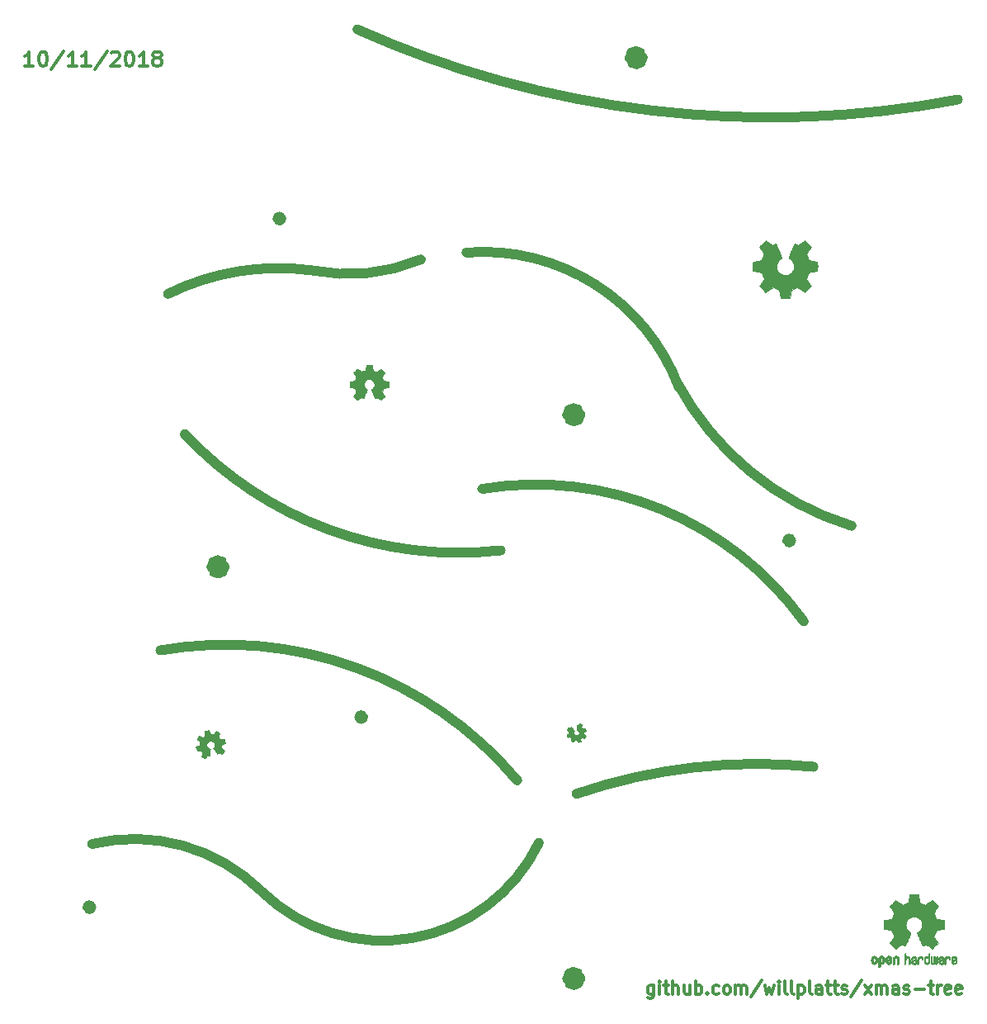
<source format=gto>
G04 #@! TF.GenerationSoftware,KiCad,Pcbnew,(5.0.1-3-g963ef8bb5)*
G04 #@! TF.CreationDate,2018-11-10T15:27:12+00:00*
G04 #@! TF.ProjectId,xmas_tree_v0.1,786D61735F747265655F76302E312E6B,rev?*
G04 #@! TF.SameCoordinates,Original*
G04 #@! TF.FileFunction,Legend,Top*
G04 #@! TF.FilePolarity,Positive*
%FSLAX46Y46*%
G04 Gerber Fmt 4.6, Leading zero omitted, Abs format (unit mm)*
G04 Created by KiCad (PCBNEW (5.0.1-3-g963ef8bb5)) date Saturday, 10 November 2018 at 15:27:12*
%MOMM*%
%LPD*%
G01*
G04 APERTURE LIST*
%ADD10C,0.300000*%
%ADD11C,1.000000*%
%ADD12C,1.200000*%
%ADD13C,0.010000*%
%ADD14C,0.002540*%
G04 APERTURE END LIST*
D10*
X102657142Y-53378571D02*
X101800000Y-53378571D01*
X102228571Y-53378571D02*
X102228571Y-51878571D01*
X102085714Y-52092857D01*
X101942857Y-52235714D01*
X101800000Y-52307142D01*
X103585714Y-51878571D02*
X103728571Y-51878571D01*
X103871428Y-51950000D01*
X103942857Y-52021428D01*
X104014285Y-52164285D01*
X104085714Y-52450000D01*
X104085714Y-52807142D01*
X104014285Y-53092857D01*
X103942857Y-53235714D01*
X103871428Y-53307142D01*
X103728571Y-53378571D01*
X103585714Y-53378571D01*
X103442857Y-53307142D01*
X103371428Y-53235714D01*
X103300000Y-53092857D01*
X103228571Y-52807142D01*
X103228571Y-52450000D01*
X103300000Y-52164285D01*
X103371428Y-52021428D01*
X103442857Y-51950000D01*
X103585714Y-51878571D01*
X105800000Y-51807142D02*
X104514285Y-53735714D01*
X107085714Y-53378571D02*
X106228571Y-53378571D01*
X106657142Y-53378571D02*
X106657142Y-51878571D01*
X106514285Y-52092857D01*
X106371428Y-52235714D01*
X106228571Y-52307142D01*
X108514285Y-53378571D02*
X107657142Y-53378571D01*
X108085714Y-53378571D02*
X108085714Y-51878571D01*
X107942857Y-52092857D01*
X107800000Y-52235714D01*
X107657142Y-52307142D01*
X110228571Y-51807142D02*
X108942857Y-53735714D01*
X110657142Y-52021428D02*
X110728571Y-51950000D01*
X110871428Y-51878571D01*
X111228571Y-51878571D01*
X111371428Y-51950000D01*
X111442857Y-52021428D01*
X111514285Y-52164285D01*
X111514285Y-52307142D01*
X111442857Y-52521428D01*
X110585714Y-53378571D01*
X111514285Y-53378571D01*
X112442857Y-51878571D02*
X112585714Y-51878571D01*
X112728571Y-51950000D01*
X112800000Y-52021428D01*
X112871428Y-52164285D01*
X112942857Y-52450000D01*
X112942857Y-52807142D01*
X112871428Y-53092857D01*
X112800000Y-53235714D01*
X112728571Y-53307142D01*
X112585714Y-53378571D01*
X112442857Y-53378571D01*
X112300000Y-53307142D01*
X112228571Y-53235714D01*
X112157142Y-53092857D01*
X112085714Y-52807142D01*
X112085714Y-52450000D01*
X112157142Y-52164285D01*
X112228571Y-52021428D01*
X112300000Y-51950000D01*
X112442857Y-51878571D01*
X114371428Y-53378571D02*
X113514285Y-53378571D01*
X113942857Y-53378571D02*
X113942857Y-51878571D01*
X113800000Y-52092857D01*
X113657142Y-52235714D01*
X113514285Y-52307142D01*
X115228571Y-52521428D02*
X115085714Y-52450000D01*
X115014285Y-52378571D01*
X114942857Y-52235714D01*
X114942857Y-52164285D01*
X115014285Y-52021428D01*
X115085714Y-51950000D01*
X115228571Y-51878571D01*
X115514285Y-51878571D01*
X115657142Y-51950000D01*
X115728571Y-52021428D01*
X115800000Y-52164285D01*
X115800000Y-52235714D01*
X115728571Y-52378571D01*
X115657142Y-52450000D01*
X115514285Y-52521428D01*
X115228571Y-52521428D01*
X115085714Y-52592857D01*
X115014285Y-52664285D01*
X114942857Y-52807142D01*
X114942857Y-53092857D01*
X115014285Y-53235714D01*
X115085714Y-53307142D01*
X115228571Y-53378571D01*
X115514285Y-53378571D01*
X115657142Y-53307142D01*
X115728571Y-53235714D01*
X115800000Y-53092857D01*
X115800000Y-52807142D01*
X115728571Y-52664285D01*
X115657142Y-52592857D01*
X115514285Y-52521428D01*
X166292857Y-147621428D02*
X166292857Y-148673809D01*
X166230952Y-148797619D01*
X166169047Y-148859523D01*
X166045238Y-148921428D01*
X165859523Y-148921428D01*
X165735714Y-148859523D01*
X166292857Y-148426190D02*
X166169047Y-148488095D01*
X165921428Y-148488095D01*
X165797619Y-148426190D01*
X165735714Y-148364285D01*
X165673809Y-148240476D01*
X165673809Y-147869047D01*
X165735714Y-147745238D01*
X165797619Y-147683333D01*
X165921428Y-147621428D01*
X166169047Y-147621428D01*
X166292857Y-147683333D01*
X166911904Y-148488095D02*
X166911904Y-147621428D01*
X166911904Y-147188095D02*
X166850000Y-147250000D01*
X166911904Y-147311904D01*
X166973809Y-147250000D01*
X166911904Y-147188095D01*
X166911904Y-147311904D01*
X167345238Y-147621428D02*
X167840476Y-147621428D01*
X167530952Y-147188095D02*
X167530952Y-148302380D01*
X167592857Y-148426190D01*
X167716666Y-148488095D01*
X167840476Y-148488095D01*
X168273809Y-148488095D02*
X168273809Y-147188095D01*
X168830952Y-148488095D02*
X168830952Y-147807142D01*
X168769047Y-147683333D01*
X168645238Y-147621428D01*
X168459523Y-147621428D01*
X168335714Y-147683333D01*
X168273809Y-147745238D01*
X170007142Y-147621428D02*
X170007142Y-148488095D01*
X169450000Y-147621428D02*
X169450000Y-148302380D01*
X169511904Y-148426190D01*
X169635714Y-148488095D01*
X169821428Y-148488095D01*
X169945238Y-148426190D01*
X170007142Y-148364285D01*
X170626190Y-148488095D02*
X170626190Y-147188095D01*
X170626190Y-147683333D02*
X170750000Y-147621428D01*
X170997619Y-147621428D01*
X171121428Y-147683333D01*
X171183333Y-147745238D01*
X171245238Y-147869047D01*
X171245238Y-148240476D01*
X171183333Y-148364285D01*
X171121428Y-148426190D01*
X170997619Y-148488095D01*
X170750000Y-148488095D01*
X170626190Y-148426190D01*
X171802380Y-148364285D02*
X171864285Y-148426190D01*
X171802380Y-148488095D01*
X171740476Y-148426190D01*
X171802380Y-148364285D01*
X171802380Y-148488095D01*
X172978571Y-148426190D02*
X172854761Y-148488095D01*
X172607142Y-148488095D01*
X172483333Y-148426190D01*
X172421428Y-148364285D01*
X172359523Y-148240476D01*
X172359523Y-147869047D01*
X172421428Y-147745238D01*
X172483333Y-147683333D01*
X172607142Y-147621428D01*
X172854761Y-147621428D01*
X172978571Y-147683333D01*
X173721428Y-148488095D02*
X173597619Y-148426190D01*
X173535714Y-148364285D01*
X173473809Y-148240476D01*
X173473809Y-147869047D01*
X173535714Y-147745238D01*
X173597619Y-147683333D01*
X173721428Y-147621428D01*
X173907142Y-147621428D01*
X174030952Y-147683333D01*
X174092857Y-147745238D01*
X174154761Y-147869047D01*
X174154761Y-148240476D01*
X174092857Y-148364285D01*
X174030952Y-148426190D01*
X173907142Y-148488095D01*
X173721428Y-148488095D01*
X174711904Y-148488095D02*
X174711904Y-147621428D01*
X174711904Y-147745238D02*
X174773809Y-147683333D01*
X174897619Y-147621428D01*
X175083333Y-147621428D01*
X175207142Y-147683333D01*
X175269047Y-147807142D01*
X175269047Y-148488095D01*
X175269047Y-147807142D02*
X175330952Y-147683333D01*
X175454761Y-147621428D01*
X175640476Y-147621428D01*
X175764285Y-147683333D01*
X175826190Y-147807142D01*
X175826190Y-148488095D01*
X177373809Y-147126190D02*
X176259523Y-148797619D01*
X177683333Y-147621428D02*
X177930952Y-148488095D01*
X178178571Y-147869047D01*
X178426190Y-148488095D01*
X178673809Y-147621428D01*
X179169047Y-148488095D02*
X179169047Y-147621428D01*
X179169047Y-147188095D02*
X179107142Y-147250000D01*
X179169047Y-147311904D01*
X179230952Y-147250000D01*
X179169047Y-147188095D01*
X179169047Y-147311904D01*
X179973809Y-148488095D02*
X179850000Y-148426190D01*
X179788095Y-148302380D01*
X179788095Y-147188095D01*
X180654761Y-148488095D02*
X180530952Y-148426190D01*
X180469047Y-148302380D01*
X180469047Y-147188095D01*
X181150000Y-147621428D02*
X181150000Y-148921428D01*
X181150000Y-147683333D02*
X181273809Y-147621428D01*
X181521428Y-147621428D01*
X181645238Y-147683333D01*
X181707142Y-147745238D01*
X181769047Y-147869047D01*
X181769047Y-148240476D01*
X181707142Y-148364285D01*
X181645238Y-148426190D01*
X181521428Y-148488095D01*
X181273809Y-148488095D01*
X181150000Y-148426190D01*
X182511904Y-148488095D02*
X182388095Y-148426190D01*
X182326190Y-148302380D01*
X182326190Y-147188095D01*
X183564285Y-148488095D02*
X183564285Y-147807142D01*
X183502380Y-147683333D01*
X183378571Y-147621428D01*
X183130952Y-147621428D01*
X183007142Y-147683333D01*
X183564285Y-148426190D02*
X183440476Y-148488095D01*
X183130952Y-148488095D01*
X183007142Y-148426190D01*
X182945238Y-148302380D01*
X182945238Y-148178571D01*
X183007142Y-148054761D01*
X183130952Y-147992857D01*
X183440476Y-147992857D01*
X183564285Y-147930952D01*
X183997619Y-147621428D02*
X184492857Y-147621428D01*
X184183333Y-147188095D02*
X184183333Y-148302380D01*
X184245238Y-148426190D01*
X184369047Y-148488095D01*
X184492857Y-148488095D01*
X184740476Y-147621428D02*
X185235714Y-147621428D01*
X184926190Y-147188095D02*
X184926190Y-148302380D01*
X184988095Y-148426190D01*
X185111904Y-148488095D01*
X185235714Y-148488095D01*
X185607142Y-148426190D02*
X185730952Y-148488095D01*
X185978571Y-148488095D01*
X186102380Y-148426190D01*
X186164285Y-148302380D01*
X186164285Y-148240476D01*
X186102380Y-148116666D01*
X185978571Y-148054761D01*
X185792857Y-148054761D01*
X185669047Y-147992857D01*
X185607142Y-147869047D01*
X185607142Y-147807142D01*
X185669047Y-147683333D01*
X185792857Y-147621428D01*
X185978571Y-147621428D01*
X186102380Y-147683333D01*
X187650000Y-147126190D02*
X186535714Y-148797619D01*
X187959523Y-148488095D02*
X188640476Y-147621428D01*
X187959523Y-147621428D02*
X188640476Y-148488095D01*
X189135714Y-148488095D02*
X189135714Y-147621428D01*
X189135714Y-147745238D02*
X189197619Y-147683333D01*
X189321428Y-147621428D01*
X189507142Y-147621428D01*
X189630952Y-147683333D01*
X189692857Y-147807142D01*
X189692857Y-148488095D01*
X189692857Y-147807142D02*
X189754761Y-147683333D01*
X189878571Y-147621428D01*
X190064285Y-147621428D01*
X190188095Y-147683333D01*
X190250000Y-147807142D01*
X190250000Y-148488095D01*
X191426190Y-148488095D02*
X191426190Y-147807142D01*
X191364285Y-147683333D01*
X191240476Y-147621428D01*
X190992857Y-147621428D01*
X190869047Y-147683333D01*
X191426190Y-148426190D02*
X191302380Y-148488095D01*
X190992857Y-148488095D01*
X190869047Y-148426190D01*
X190807142Y-148302380D01*
X190807142Y-148178571D01*
X190869047Y-148054761D01*
X190992857Y-147992857D01*
X191302380Y-147992857D01*
X191426190Y-147930952D01*
X191983333Y-148426190D02*
X192107142Y-148488095D01*
X192354761Y-148488095D01*
X192478571Y-148426190D01*
X192540476Y-148302380D01*
X192540476Y-148240476D01*
X192478571Y-148116666D01*
X192354761Y-148054761D01*
X192169047Y-148054761D01*
X192045238Y-147992857D01*
X191983333Y-147869047D01*
X191983333Y-147807142D01*
X192045238Y-147683333D01*
X192169047Y-147621428D01*
X192354761Y-147621428D01*
X192478571Y-147683333D01*
X193097619Y-147992857D02*
X194088095Y-147992857D01*
X194521428Y-147621428D02*
X195016666Y-147621428D01*
X194707142Y-147188095D02*
X194707142Y-148302380D01*
X194769047Y-148426190D01*
X194892857Y-148488095D01*
X195016666Y-148488095D01*
X195450000Y-148488095D02*
X195450000Y-147621428D01*
X195450000Y-147869047D02*
X195511904Y-147745238D01*
X195573809Y-147683333D01*
X195697619Y-147621428D01*
X195821428Y-147621428D01*
X196750000Y-148426190D02*
X196626190Y-148488095D01*
X196378571Y-148488095D01*
X196254761Y-148426190D01*
X196192857Y-148302380D01*
X196192857Y-147807142D01*
X196254761Y-147683333D01*
X196378571Y-147621428D01*
X196626190Y-147621428D01*
X196750000Y-147683333D01*
X196811904Y-147807142D01*
X196811904Y-147930952D01*
X196192857Y-148054761D01*
X197864285Y-148426190D02*
X197740476Y-148488095D01*
X197492857Y-148488095D01*
X197369047Y-148426190D01*
X197307142Y-148302380D01*
X197307142Y-147807142D01*
X197369047Y-147683333D01*
X197492857Y-147621428D01*
X197740476Y-147621428D01*
X197864285Y-147683333D01*
X197926190Y-147807142D01*
X197926190Y-147930952D01*
X197307142Y-148054761D01*
D11*
X180400000Y-102000000D02*
G75*
G03X180400000Y-102000000I-200000J0D01*
G01*
D12*
X165100000Y-52500000D02*
G75*
G03X165100000Y-52500000I-600000J0D01*
G01*
X158700000Y-89100000D02*
G75*
G03X158700000Y-89100000I-600000J0D01*
G01*
X122200000Y-104700000D02*
G75*
G03X122200000Y-104700000I-600000J0D01*
G01*
D11*
X128100000Y-69000000D02*
G75*
G03X128100000Y-69000000I-200000J0D01*
G01*
D12*
X158700000Y-146900000D02*
G75*
G03X158700000Y-146900000I-600000J0D01*
G01*
D11*
X136500000Y-120100000D02*
G75*
G03X136500000Y-120100000I-200000J0D01*
G01*
X148713128Y-96706007D02*
G75*
G02X181700000Y-110300000I5488161J-33502145D01*
G01*
X186602019Y-100493400D02*
G75*
G02X168700000Y-85800000I8897981J29093400D01*
G01*
X147098304Y-72478650D02*
G75*
G02X168900000Y-86300000I1701696J-21421350D01*
G01*
X197500156Y-56800820D02*
G75*
G02X135900000Y-49600000I-19326744J101750227D01*
G01*
X158390047Y-127970793D02*
G75*
G02X182700000Y-125200000I18501099J-54293238D01*
G01*
X142422452Y-73192054D02*
G75*
G02X131200000Y-74300000I-7422453J17792053D01*
G01*
X116460044Y-76719021D02*
G75*
G02X131200000Y-74300000I11339957J-22980978D01*
G01*
X150606745Y-103014774D02*
G75*
G02X118200000Y-91100000I-4306745J38314774D01*
G01*
X115702421Y-113258633D02*
G75*
G02X152300000Y-126600000I6703284J-38479075D01*
G01*
X154518988Y-133009736D02*
G75*
G02X126100001Y-137999999I-16018988J7809736D01*
G01*
X108678482Y-133110929D02*
G75*
G02X126000000Y-137900000I4321518J-18089071D01*
G01*
X108600000Y-139600000D02*
G75*
G03X108600000Y-139600000I-200000J0D01*
G01*
D13*
G04 #@! TO.C,REF\002A\002A*
G36*
X179244186Y-76731069D02*
X179160365Y-76286445D01*
X178851080Y-76158947D01*
X178541794Y-76031449D01*
X178170754Y-76283754D01*
X178066843Y-76354004D01*
X177972913Y-76416728D01*
X177893348Y-76469062D01*
X177832530Y-76508143D01*
X177794843Y-76531107D01*
X177784579Y-76536058D01*
X177766090Y-76523324D01*
X177726580Y-76488118D01*
X177670478Y-76434938D01*
X177602213Y-76368282D01*
X177526214Y-76292646D01*
X177446908Y-76212528D01*
X177368725Y-76132426D01*
X177296093Y-76056836D01*
X177233441Y-75990255D01*
X177185197Y-75937182D01*
X177155790Y-75902113D01*
X177148759Y-75890377D01*
X177158877Y-75868740D01*
X177187241Y-75821338D01*
X177230871Y-75752807D01*
X177286782Y-75667785D01*
X177351994Y-75570907D01*
X177389781Y-75515650D01*
X177458657Y-75414752D01*
X177519860Y-75323701D01*
X177570422Y-75247030D01*
X177607372Y-75189272D01*
X177627742Y-75154957D01*
X177630803Y-75147746D01*
X177623864Y-75127252D01*
X177604949Y-75079487D01*
X177576913Y-75011168D01*
X177542609Y-74929011D01*
X177504891Y-74839730D01*
X177466613Y-74750042D01*
X177430630Y-74666662D01*
X177399794Y-74596306D01*
X177376961Y-74545690D01*
X177364983Y-74521529D01*
X177364276Y-74520578D01*
X177345469Y-74515964D01*
X177295382Y-74505672D01*
X177219207Y-74490713D01*
X177122135Y-74472099D01*
X177009357Y-74450841D01*
X176943558Y-74438582D01*
X176823050Y-74415638D01*
X176714203Y-74393805D01*
X176622524Y-74374278D01*
X176553519Y-74358252D01*
X176512696Y-74346921D01*
X176504489Y-74343326D01*
X176496452Y-74318994D01*
X176489967Y-74264041D01*
X176485030Y-74184892D01*
X176481636Y-74087974D01*
X176479782Y-73979713D01*
X176479462Y-73866535D01*
X176480673Y-73754865D01*
X176483410Y-73651132D01*
X176487669Y-73561759D01*
X176493445Y-73493174D01*
X176500733Y-73451803D01*
X176505105Y-73443190D01*
X176531236Y-73432867D01*
X176586607Y-73418108D01*
X176663893Y-73400648D01*
X176755770Y-73382220D01*
X176787842Y-73376259D01*
X176942476Y-73347934D01*
X177064625Y-73325124D01*
X177158327Y-73306920D01*
X177227616Y-73292417D01*
X177276529Y-73280708D01*
X177309103Y-73270885D01*
X177329372Y-73262044D01*
X177341374Y-73253276D01*
X177343053Y-73251543D01*
X177359816Y-73223629D01*
X177385386Y-73169305D01*
X177417212Y-73095223D01*
X177452740Y-73008035D01*
X177489417Y-72914392D01*
X177524689Y-72820948D01*
X177556004Y-72734353D01*
X177580807Y-72661260D01*
X177596546Y-72608322D01*
X177600668Y-72582189D01*
X177600324Y-72581274D01*
X177586359Y-72559914D01*
X177554678Y-72512916D01*
X177508609Y-72445173D01*
X177451482Y-72361577D01*
X177386627Y-72267018D01*
X177368157Y-72240146D01*
X177302301Y-72142725D01*
X177244350Y-72053837D01*
X177197462Y-71978588D01*
X177164793Y-71922080D01*
X177149500Y-71889419D01*
X177148759Y-71885407D01*
X177161608Y-71864316D01*
X177197112Y-71822536D01*
X177250707Y-71764555D01*
X177317829Y-71694865D01*
X177393913Y-71617955D01*
X177474396Y-71538317D01*
X177554713Y-71460439D01*
X177630301Y-71388814D01*
X177696595Y-71327930D01*
X177749031Y-71282279D01*
X177783045Y-71256350D01*
X177792455Y-71252117D01*
X177814357Y-71262088D01*
X177859200Y-71288980D01*
X177919679Y-71328264D01*
X177966211Y-71359883D01*
X178050525Y-71417902D01*
X178150374Y-71486216D01*
X178250527Y-71554421D01*
X178304373Y-71590925D01*
X178486629Y-71714200D01*
X178639619Y-71631480D01*
X178709318Y-71595241D01*
X178768586Y-71567074D01*
X178808689Y-71551009D01*
X178818897Y-71548774D01*
X178831171Y-71565278D01*
X178855387Y-71611918D01*
X178889737Y-71684391D01*
X178932412Y-71778394D01*
X178981606Y-71889626D01*
X179035510Y-72013785D01*
X179092316Y-72146568D01*
X179150218Y-72283673D01*
X179207407Y-72420798D01*
X179262076Y-72553642D01*
X179312416Y-72677902D01*
X179356620Y-72789275D01*
X179392881Y-72883461D01*
X179419391Y-72956156D01*
X179434342Y-73003059D01*
X179436746Y-73019167D01*
X179417689Y-73039714D01*
X179375964Y-73073067D01*
X179320294Y-73112298D01*
X179315622Y-73115401D01*
X179171736Y-73230577D01*
X179055717Y-73364947D01*
X178968570Y-73514216D01*
X178911301Y-73674087D01*
X178884914Y-73840263D01*
X178890415Y-74008448D01*
X178928810Y-74174345D01*
X179001105Y-74333658D01*
X179022374Y-74368513D01*
X179133004Y-74509263D01*
X179263698Y-74622286D01*
X179409936Y-74706997D01*
X179567192Y-74762806D01*
X179730943Y-74789126D01*
X179896667Y-74785370D01*
X180059838Y-74750950D01*
X180215935Y-74685277D01*
X180360433Y-74587765D01*
X180405131Y-74548187D01*
X180518888Y-74424297D01*
X180601782Y-74293876D01*
X180658644Y-74147685D01*
X180690313Y-74002912D01*
X180698131Y-73840140D01*
X180672062Y-73676560D01*
X180614755Y-73517702D01*
X180528856Y-73369094D01*
X180417014Y-73236265D01*
X180281877Y-73124744D01*
X180264117Y-73112989D01*
X180207850Y-73074492D01*
X180165077Y-73041137D01*
X180144628Y-73019840D01*
X180144331Y-73019167D01*
X180148721Y-72996129D01*
X180166124Y-72943843D01*
X180194732Y-72866610D01*
X180232735Y-72768732D01*
X180278326Y-72654509D01*
X180329697Y-72528242D01*
X180385038Y-72394233D01*
X180442542Y-72256782D01*
X180500399Y-72120192D01*
X180556802Y-71988763D01*
X180609942Y-71866795D01*
X180658010Y-71758591D01*
X180699199Y-71668451D01*
X180731699Y-71600677D01*
X180753703Y-71559570D01*
X180762564Y-71548774D01*
X180789640Y-71557181D01*
X180840303Y-71579728D01*
X180905817Y-71612387D01*
X180941841Y-71631480D01*
X181094832Y-71714200D01*
X181277088Y-71590925D01*
X181370125Y-71527772D01*
X181471985Y-71458273D01*
X181567438Y-71392835D01*
X181615250Y-71359883D01*
X181682495Y-71314727D01*
X181739436Y-71278943D01*
X181778646Y-71257062D01*
X181791381Y-71252437D01*
X181809917Y-71264915D01*
X181850941Y-71299748D01*
X181910475Y-71353322D01*
X181984542Y-71422017D01*
X182069165Y-71502219D01*
X182122685Y-71553714D01*
X182216319Y-71645714D01*
X182297241Y-71728001D01*
X182362177Y-71797055D01*
X182407858Y-71849356D01*
X182431011Y-71881384D01*
X182433232Y-71887884D01*
X182422924Y-71912606D01*
X182394439Y-71962595D01*
X182350937Y-72032788D01*
X182295577Y-72118125D01*
X182231520Y-72213544D01*
X182213303Y-72240146D01*
X182146927Y-72336833D01*
X182087378Y-72423883D01*
X182037984Y-72496405D01*
X182002075Y-72549507D01*
X181982981Y-72578297D01*
X181981136Y-72581274D01*
X181983895Y-72604218D01*
X181998538Y-72654664D01*
X182022513Y-72725959D01*
X182053266Y-72811453D01*
X182088244Y-72904493D01*
X182124893Y-72998426D01*
X182160661Y-73086601D01*
X182192994Y-73162366D01*
X182219338Y-73219069D01*
X182237142Y-73250057D01*
X182238407Y-73251543D01*
X182249294Y-73260399D01*
X182267682Y-73269157D01*
X182297606Y-73278723D01*
X182343103Y-73290004D01*
X182408209Y-73303907D01*
X182496961Y-73321337D01*
X182613393Y-73343202D01*
X182761542Y-73370409D01*
X182793618Y-73376259D01*
X182888686Y-73394626D01*
X182971565Y-73412595D01*
X183034930Y-73428431D01*
X183071458Y-73440400D01*
X183076356Y-73443190D01*
X183084427Y-73467928D01*
X183090987Y-73523210D01*
X183096033Y-73602611D01*
X183099559Y-73699704D01*
X183101561Y-73808062D01*
X183102036Y-73921260D01*
X183100977Y-74032872D01*
X183098382Y-74136471D01*
X183094246Y-74225632D01*
X183088563Y-74293928D01*
X183081331Y-74334934D01*
X183076971Y-74343326D01*
X183052698Y-74351792D01*
X182997426Y-74365565D01*
X182916662Y-74383450D01*
X182815912Y-74404252D01*
X182700683Y-74426777D01*
X182637902Y-74438582D01*
X182518787Y-74460849D01*
X182412565Y-74481021D01*
X182324427Y-74498085D01*
X182259566Y-74511031D01*
X182223174Y-74518845D01*
X182217184Y-74520578D01*
X182207061Y-74540110D01*
X182185662Y-74587157D01*
X182155839Y-74654997D01*
X182120445Y-74736909D01*
X182082332Y-74826172D01*
X182044353Y-74916065D01*
X182009360Y-74999865D01*
X181980206Y-75070853D01*
X181959743Y-75122306D01*
X181950823Y-75147503D01*
X181950657Y-75148604D01*
X181960769Y-75168481D01*
X181989117Y-75214223D01*
X182032723Y-75281283D01*
X182088606Y-75365116D01*
X182153787Y-75461174D01*
X182191679Y-75516350D01*
X182260725Y-75617519D01*
X182322050Y-75709370D01*
X182372663Y-75787256D01*
X182409571Y-75846531D01*
X182429782Y-75882549D01*
X182432701Y-75890623D01*
X182420153Y-75909416D01*
X182385463Y-75949543D01*
X182333063Y-76006507D01*
X182267384Y-76075815D01*
X182192856Y-76152969D01*
X182113913Y-76233475D01*
X182034983Y-76312837D01*
X181960500Y-76386560D01*
X181894894Y-76450148D01*
X181842596Y-76499106D01*
X181808039Y-76528939D01*
X181796478Y-76536058D01*
X181777654Y-76526047D01*
X181732631Y-76497922D01*
X181665787Y-76454546D01*
X181581499Y-76398782D01*
X181484144Y-76333494D01*
X181410707Y-76283754D01*
X181039667Y-76031449D01*
X180421095Y-76286445D01*
X180337275Y-76731069D01*
X180253454Y-77175693D01*
X179328006Y-77175693D01*
X179244186Y-76731069D01*
X179244186Y-76731069D01*
G37*
X179244186Y-76731069D02*
X179160365Y-76286445D01*
X178851080Y-76158947D01*
X178541794Y-76031449D01*
X178170754Y-76283754D01*
X178066843Y-76354004D01*
X177972913Y-76416728D01*
X177893348Y-76469062D01*
X177832530Y-76508143D01*
X177794843Y-76531107D01*
X177784579Y-76536058D01*
X177766090Y-76523324D01*
X177726580Y-76488118D01*
X177670478Y-76434938D01*
X177602213Y-76368282D01*
X177526214Y-76292646D01*
X177446908Y-76212528D01*
X177368725Y-76132426D01*
X177296093Y-76056836D01*
X177233441Y-75990255D01*
X177185197Y-75937182D01*
X177155790Y-75902113D01*
X177148759Y-75890377D01*
X177158877Y-75868740D01*
X177187241Y-75821338D01*
X177230871Y-75752807D01*
X177286782Y-75667785D01*
X177351994Y-75570907D01*
X177389781Y-75515650D01*
X177458657Y-75414752D01*
X177519860Y-75323701D01*
X177570422Y-75247030D01*
X177607372Y-75189272D01*
X177627742Y-75154957D01*
X177630803Y-75147746D01*
X177623864Y-75127252D01*
X177604949Y-75079487D01*
X177576913Y-75011168D01*
X177542609Y-74929011D01*
X177504891Y-74839730D01*
X177466613Y-74750042D01*
X177430630Y-74666662D01*
X177399794Y-74596306D01*
X177376961Y-74545690D01*
X177364983Y-74521529D01*
X177364276Y-74520578D01*
X177345469Y-74515964D01*
X177295382Y-74505672D01*
X177219207Y-74490713D01*
X177122135Y-74472099D01*
X177009357Y-74450841D01*
X176943558Y-74438582D01*
X176823050Y-74415638D01*
X176714203Y-74393805D01*
X176622524Y-74374278D01*
X176553519Y-74358252D01*
X176512696Y-74346921D01*
X176504489Y-74343326D01*
X176496452Y-74318994D01*
X176489967Y-74264041D01*
X176485030Y-74184892D01*
X176481636Y-74087974D01*
X176479782Y-73979713D01*
X176479462Y-73866535D01*
X176480673Y-73754865D01*
X176483410Y-73651132D01*
X176487669Y-73561759D01*
X176493445Y-73493174D01*
X176500733Y-73451803D01*
X176505105Y-73443190D01*
X176531236Y-73432867D01*
X176586607Y-73418108D01*
X176663893Y-73400648D01*
X176755770Y-73382220D01*
X176787842Y-73376259D01*
X176942476Y-73347934D01*
X177064625Y-73325124D01*
X177158327Y-73306920D01*
X177227616Y-73292417D01*
X177276529Y-73280708D01*
X177309103Y-73270885D01*
X177329372Y-73262044D01*
X177341374Y-73253276D01*
X177343053Y-73251543D01*
X177359816Y-73223629D01*
X177385386Y-73169305D01*
X177417212Y-73095223D01*
X177452740Y-73008035D01*
X177489417Y-72914392D01*
X177524689Y-72820948D01*
X177556004Y-72734353D01*
X177580807Y-72661260D01*
X177596546Y-72608322D01*
X177600668Y-72582189D01*
X177600324Y-72581274D01*
X177586359Y-72559914D01*
X177554678Y-72512916D01*
X177508609Y-72445173D01*
X177451482Y-72361577D01*
X177386627Y-72267018D01*
X177368157Y-72240146D01*
X177302301Y-72142725D01*
X177244350Y-72053837D01*
X177197462Y-71978588D01*
X177164793Y-71922080D01*
X177149500Y-71889419D01*
X177148759Y-71885407D01*
X177161608Y-71864316D01*
X177197112Y-71822536D01*
X177250707Y-71764555D01*
X177317829Y-71694865D01*
X177393913Y-71617955D01*
X177474396Y-71538317D01*
X177554713Y-71460439D01*
X177630301Y-71388814D01*
X177696595Y-71327930D01*
X177749031Y-71282279D01*
X177783045Y-71256350D01*
X177792455Y-71252117D01*
X177814357Y-71262088D01*
X177859200Y-71288980D01*
X177919679Y-71328264D01*
X177966211Y-71359883D01*
X178050525Y-71417902D01*
X178150374Y-71486216D01*
X178250527Y-71554421D01*
X178304373Y-71590925D01*
X178486629Y-71714200D01*
X178639619Y-71631480D01*
X178709318Y-71595241D01*
X178768586Y-71567074D01*
X178808689Y-71551009D01*
X178818897Y-71548774D01*
X178831171Y-71565278D01*
X178855387Y-71611918D01*
X178889737Y-71684391D01*
X178932412Y-71778394D01*
X178981606Y-71889626D01*
X179035510Y-72013785D01*
X179092316Y-72146568D01*
X179150218Y-72283673D01*
X179207407Y-72420798D01*
X179262076Y-72553642D01*
X179312416Y-72677902D01*
X179356620Y-72789275D01*
X179392881Y-72883461D01*
X179419391Y-72956156D01*
X179434342Y-73003059D01*
X179436746Y-73019167D01*
X179417689Y-73039714D01*
X179375964Y-73073067D01*
X179320294Y-73112298D01*
X179315622Y-73115401D01*
X179171736Y-73230577D01*
X179055717Y-73364947D01*
X178968570Y-73514216D01*
X178911301Y-73674087D01*
X178884914Y-73840263D01*
X178890415Y-74008448D01*
X178928810Y-74174345D01*
X179001105Y-74333658D01*
X179022374Y-74368513D01*
X179133004Y-74509263D01*
X179263698Y-74622286D01*
X179409936Y-74706997D01*
X179567192Y-74762806D01*
X179730943Y-74789126D01*
X179896667Y-74785370D01*
X180059838Y-74750950D01*
X180215935Y-74685277D01*
X180360433Y-74587765D01*
X180405131Y-74548187D01*
X180518888Y-74424297D01*
X180601782Y-74293876D01*
X180658644Y-74147685D01*
X180690313Y-74002912D01*
X180698131Y-73840140D01*
X180672062Y-73676560D01*
X180614755Y-73517702D01*
X180528856Y-73369094D01*
X180417014Y-73236265D01*
X180281877Y-73124744D01*
X180264117Y-73112989D01*
X180207850Y-73074492D01*
X180165077Y-73041137D01*
X180144628Y-73019840D01*
X180144331Y-73019167D01*
X180148721Y-72996129D01*
X180166124Y-72943843D01*
X180194732Y-72866610D01*
X180232735Y-72768732D01*
X180278326Y-72654509D01*
X180329697Y-72528242D01*
X180385038Y-72394233D01*
X180442542Y-72256782D01*
X180500399Y-72120192D01*
X180556802Y-71988763D01*
X180609942Y-71866795D01*
X180658010Y-71758591D01*
X180699199Y-71668451D01*
X180731699Y-71600677D01*
X180753703Y-71559570D01*
X180762564Y-71548774D01*
X180789640Y-71557181D01*
X180840303Y-71579728D01*
X180905817Y-71612387D01*
X180941841Y-71631480D01*
X181094832Y-71714200D01*
X181277088Y-71590925D01*
X181370125Y-71527772D01*
X181471985Y-71458273D01*
X181567438Y-71392835D01*
X181615250Y-71359883D01*
X181682495Y-71314727D01*
X181739436Y-71278943D01*
X181778646Y-71257062D01*
X181791381Y-71252437D01*
X181809917Y-71264915D01*
X181850941Y-71299748D01*
X181910475Y-71353322D01*
X181984542Y-71422017D01*
X182069165Y-71502219D01*
X182122685Y-71553714D01*
X182216319Y-71645714D01*
X182297241Y-71728001D01*
X182362177Y-71797055D01*
X182407858Y-71849356D01*
X182431011Y-71881384D01*
X182433232Y-71887884D01*
X182422924Y-71912606D01*
X182394439Y-71962595D01*
X182350937Y-72032788D01*
X182295577Y-72118125D01*
X182231520Y-72213544D01*
X182213303Y-72240146D01*
X182146927Y-72336833D01*
X182087378Y-72423883D01*
X182037984Y-72496405D01*
X182002075Y-72549507D01*
X181982981Y-72578297D01*
X181981136Y-72581274D01*
X181983895Y-72604218D01*
X181998538Y-72654664D01*
X182022513Y-72725959D01*
X182053266Y-72811453D01*
X182088244Y-72904493D01*
X182124893Y-72998426D01*
X182160661Y-73086601D01*
X182192994Y-73162366D01*
X182219338Y-73219069D01*
X182237142Y-73250057D01*
X182238407Y-73251543D01*
X182249294Y-73260399D01*
X182267682Y-73269157D01*
X182297606Y-73278723D01*
X182343103Y-73290004D01*
X182408209Y-73303907D01*
X182496961Y-73321337D01*
X182613393Y-73343202D01*
X182761542Y-73370409D01*
X182793618Y-73376259D01*
X182888686Y-73394626D01*
X182971565Y-73412595D01*
X183034930Y-73428431D01*
X183071458Y-73440400D01*
X183076356Y-73443190D01*
X183084427Y-73467928D01*
X183090987Y-73523210D01*
X183096033Y-73602611D01*
X183099559Y-73699704D01*
X183101561Y-73808062D01*
X183102036Y-73921260D01*
X183100977Y-74032872D01*
X183098382Y-74136471D01*
X183094246Y-74225632D01*
X183088563Y-74293928D01*
X183081331Y-74334934D01*
X183076971Y-74343326D01*
X183052698Y-74351792D01*
X182997426Y-74365565D01*
X182916662Y-74383450D01*
X182815912Y-74404252D01*
X182700683Y-74426777D01*
X182637902Y-74438582D01*
X182518787Y-74460849D01*
X182412565Y-74481021D01*
X182324427Y-74498085D01*
X182259566Y-74511031D01*
X182223174Y-74518845D01*
X182217184Y-74520578D01*
X182207061Y-74540110D01*
X182185662Y-74587157D01*
X182155839Y-74654997D01*
X182120445Y-74736909D01*
X182082332Y-74826172D01*
X182044353Y-74916065D01*
X182009360Y-74999865D01*
X181980206Y-75070853D01*
X181959743Y-75122306D01*
X181950823Y-75147503D01*
X181950657Y-75148604D01*
X181960769Y-75168481D01*
X181989117Y-75214223D01*
X182032723Y-75281283D01*
X182088606Y-75365116D01*
X182153787Y-75461174D01*
X182191679Y-75516350D01*
X182260725Y-75617519D01*
X182322050Y-75709370D01*
X182372663Y-75787256D01*
X182409571Y-75846531D01*
X182429782Y-75882549D01*
X182432701Y-75890623D01*
X182420153Y-75909416D01*
X182385463Y-75949543D01*
X182333063Y-76006507D01*
X182267384Y-76075815D01*
X182192856Y-76152969D01*
X182113913Y-76233475D01*
X182034983Y-76312837D01*
X181960500Y-76386560D01*
X181894894Y-76450148D01*
X181842596Y-76499106D01*
X181808039Y-76528939D01*
X181796478Y-76536058D01*
X181777654Y-76526047D01*
X181732631Y-76497922D01*
X181665787Y-76454546D01*
X181581499Y-76398782D01*
X181484144Y-76333494D01*
X181410707Y-76283754D01*
X181039667Y-76031449D01*
X180421095Y-76286445D01*
X180337275Y-76731069D01*
X180253454Y-77175693D01*
X179328006Y-77175693D01*
X179244186Y-76731069D01*
D14*
G04 #@! TO.C,G\002A\002A\002A*
G36*
X158679674Y-120755417D02*
X158671721Y-120763528D01*
X158655068Y-120785380D01*
X158630463Y-120815343D01*
X158601134Y-120854992D01*
X158573379Y-120891412D01*
X158549600Y-120923777D01*
X158532947Y-120945629D01*
X158524995Y-120953740D01*
X158519364Y-120952993D01*
X158499245Y-120949175D01*
X158468693Y-120946263D01*
X158451802Y-120944020D01*
X158423651Y-120940281D01*
X158410816Y-120942014D01*
X158410069Y-120947644D01*
X158406251Y-120967763D01*
X158404993Y-121003119D01*
X158399838Y-121050562D01*
X158397164Y-121105210D01*
X158393742Y-121165488D01*
X158390320Y-121225766D01*
X158386072Y-121283643D01*
X158382571Y-121335889D01*
X158380565Y-121376875D01*
X158380055Y-121406600D01*
X158378560Y-121417861D01*
X158381788Y-121419436D01*
X158397931Y-121427309D01*
X158422106Y-121435103D01*
X158480967Y-121457817D01*
X158543216Y-121498169D01*
X158593536Y-121550688D01*
X158624722Y-121617854D01*
X158639018Y-121682777D01*
X158635675Y-121751087D01*
X158612293Y-121823611D01*
X158573515Y-121882631D01*
X158520170Y-121930549D01*
X158455405Y-121960908D01*
X158388081Y-121976031D01*
X158317369Y-121973515D01*
X158244845Y-121950133D01*
X158214135Y-121931158D01*
X158160665Y-121885096D01*
X158121606Y-121834073D01*
X158116644Y-121819663D01*
X158095891Y-121751591D01*
X158092777Y-121680132D01*
X158107380Y-121613317D01*
X158141275Y-121547919D01*
X158144424Y-121541462D01*
X158162652Y-121516381D01*
X158173754Y-121501813D01*
X158182454Y-121488072D01*
X158028107Y-121312877D01*
X158002120Y-121284216D01*
X157959084Y-121237249D01*
X157923333Y-121195832D01*
X157893290Y-121163195D01*
X157873013Y-121143313D01*
X157864075Y-121132959D01*
X157856870Y-121135440D01*
X157844114Y-121145205D01*
X157820256Y-121169538D01*
X157804351Y-121185760D01*
X157786044Y-121202809D01*
X157778092Y-121210920D01*
X157766831Y-121209424D01*
X157742657Y-121201630D01*
X157704820Y-121193167D01*
X157660527Y-121181555D01*
X157618634Y-121169116D01*
X157577569Y-121159079D01*
X157550993Y-121152112D01*
X157536504Y-121149042D01*
X157534103Y-121149869D01*
X157526977Y-121160381D01*
X157512726Y-121181406D01*
X157495404Y-121216921D01*
X157470209Y-121268578D01*
X157464658Y-121275862D01*
X157445015Y-121320235D01*
X157428520Y-121358150D01*
X157415923Y-121383979D01*
X157413600Y-121392838D01*
X157422538Y-121403192D01*
X157445217Y-121422246D01*
X157477582Y-121446025D01*
X157517231Y-121475354D01*
X157618381Y-121550666D01*
X157611379Y-121655159D01*
X157611696Y-121687286D01*
X157608863Y-121725870D01*
X157605125Y-121754021D01*
X157604456Y-121767683D01*
X157595677Y-121773392D01*
X157571740Y-121789694D01*
X157538196Y-121809303D01*
X157497448Y-121831392D01*
X157457527Y-121855884D01*
X157423983Y-121875493D01*
X157396818Y-121890219D01*
X157385637Y-121896756D01*
X157384062Y-121899984D01*
X157383314Y-121905615D01*
X157385047Y-121918450D01*
X157393317Y-121942466D01*
X157405721Y-121978490D01*
X157423914Y-122031326D01*
X157425568Y-122036129D01*
X157442933Y-122086563D01*
X157456164Y-122124989D01*
X157466835Y-122148178D01*
X157472545Y-122156957D01*
X157486207Y-122157626D01*
X157514279Y-122153333D01*
X157552784Y-122148133D01*
X157601722Y-122142028D01*
X157604124Y-122141201D01*
X157652235Y-122132694D01*
X157691567Y-122129896D01*
X157719639Y-122125603D01*
X157733301Y-122126272D01*
X157736530Y-122127846D01*
X157751925Y-122141350D01*
X157773856Y-122166035D01*
X157799843Y-122194696D01*
X157825830Y-122223357D01*
X157851817Y-122252018D01*
X157866464Y-122271151D01*
X157873000Y-122282332D01*
X157869103Y-122294420D01*
X157862963Y-122323398D01*
X157852099Y-122362061D01*
X157838912Y-122409583D01*
X157838164Y-122415214D01*
X157824151Y-122460334D01*
X157816515Y-122500572D01*
X157809548Y-122527149D01*
X157808052Y-122538409D01*
X157808879Y-122540811D01*
X157819392Y-122547936D01*
X157846047Y-122562935D01*
X157884790Y-122581831D01*
X157929990Y-122603877D01*
X157942904Y-122610175D01*
X157991332Y-122633795D01*
X158026020Y-122648715D01*
X158046966Y-122654935D01*
X158055824Y-122657257D01*
X158054998Y-122654856D01*
X158065352Y-122645918D01*
X158083579Y-122620837D01*
X158107358Y-122588472D01*
X158136687Y-122548823D01*
X158138262Y-122545595D01*
X158168418Y-122508347D01*
X158192197Y-122475983D01*
X158208850Y-122454130D01*
X158215976Y-122443618D01*
X158218377Y-122442791D01*
X158234441Y-122442632D01*
X158266568Y-122442316D01*
X158301924Y-122443573D01*
X158342910Y-122445579D01*
X158379092Y-122449238D01*
X158406416Y-122450575D01*
X158420905Y-122453646D01*
X158430670Y-122466401D01*
X158445397Y-122493567D01*
X158468234Y-122528685D01*
X158491151Y-122571835D01*
X158496033Y-122578213D01*
X158518950Y-122621363D01*
X158538559Y-122654906D01*
X158554860Y-122678843D01*
X158561397Y-122690024D01*
X158566200Y-122688370D01*
X158591043Y-122682502D01*
X158624666Y-122670925D01*
X158665493Y-122656867D01*
X158706321Y-122642809D01*
X158747148Y-122628751D01*
X158782345Y-122613945D01*
X158806362Y-122605676D01*
X158817543Y-122599140D01*
X158816716Y-122596738D01*
X158817384Y-122583076D01*
X158812264Y-122552603D01*
X158808640Y-122510869D01*
X158799306Y-122460356D01*
X158799226Y-122452324D01*
X158790719Y-122404213D01*
X158787922Y-122364881D01*
X158783629Y-122336809D01*
X158782722Y-122326375D01*
X158786699Y-122322320D01*
X158801029Y-122309327D01*
X158828115Y-122286568D01*
X158860753Y-122256526D01*
X158935634Y-122193133D01*
X159066113Y-122228796D01*
X159078200Y-122232693D01*
X159125723Y-122245880D01*
X159163559Y-122254343D01*
X159190136Y-122261310D01*
X159201396Y-122262805D01*
X159207695Y-122249891D01*
X159222694Y-122223236D01*
X159241590Y-122184493D01*
X159264462Y-122141695D01*
X159279382Y-122107007D01*
X159298278Y-122068265D01*
X159310875Y-122042436D01*
X159315520Y-122024719D01*
X159317843Y-122015860D01*
X159313787Y-122011884D01*
X159304849Y-122001530D01*
X159280595Y-121985704D01*
X159247404Y-121959523D01*
X159208582Y-121932596D01*
X159175390Y-121906415D01*
X159142198Y-121880235D01*
X159118692Y-121858779D01*
X159107352Y-121849252D01*
X159108100Y-121843622D01*
X159107863Y-121819526D01*
X159109120Y-121784171D01*
X159112701Y-121739956D01*
X159119782Y-121643495D01*
X159171711Y-121614869D01*
X159202853Y-121596087D01*
X159248405Y-121572343D01*
X159288326Y-121547852D01*
X159353011Y-121509461D01*
X159268584Y-121256464D01*
X159257323Y-121254969D01*
X159243661Y-121254300D01*
X159217991Y-121257766D01*
X159177085Y-121263793D01*
X159131375Y-121271473D01*
X159092870Y-121276672D01*
X159051963Y-121282698D01*
X159023891Y-121286991D01*
X159011056Y-121288725D01*
X159007001Y-121284748D01*
X158990779Y-121268843D01*
X158966446Y-121244985D01*
X158940459Y-121216324D01*
X158913645Y-121185262D01*
X158890060Y-121155774D01*
X158872184Y-121135065D01*
X158862419Y-121122310D01*
X158863914Y-121111049D01*
X158870882Y-121084473D01*
X158881746Y-121045810D01*
X158893358Y-121001516D01*
X158906545Y-120953994D01*
X158917409Y-120915330D01*
X158923549Y-120886352D01*
X158927446Y-120874265D01*
X158920162Y-120868714D01*
X158899964Y-120856864D01*
X158863623Y-120837141D01*
X158805509Y-120808797D01*
X158796650Y-120806475D01*
X158753852Y-120783602D01*
X158716763Y-120769510D01*
X158690934Y-120756912D01*
X158679674Y-120755417D01*
X158679674Y-120755417D01*
G37*
X158679674Y-120755417D02*
X158671721Y-120763528D01*
X158655068Y-120785380D01*
X158630463Y-120815343D01*
X158601134Y-120854992D01*
X158573379Y-120891412D01*
X158549600Y-120923777D01*
X158532947Y-120945629D01*
X158524995Y-120953740D01*
X158519364Y-120952993D01*
X158499245Y-120949175D01*
X158468693Y-120946263D01*
X158451802Y-120944020D01*
X158423651Y-120940281D01*
X158410816Y-120942014D01*
X158410069Y-120947644D01*
X158406251Y-120967763D01*
X158404993Y-121003119D01*
X158399838Y-121050562D01*
X158397164Y-121105210D01*
X158393742Y-121165488D01*
X158390320Y-121225766D01*
X158386072Y-121283643D01*
X158382571Y-121335889D01*
X158380565Y-121376875D01*
X158380055Y-121406600D01*
X158378560Y-121417861D01*
X158381788Y-121419436D01*
X158397931Y-121427309D01*
X158422106Y-121435103D01*
X158480967Y-121457817D01*
X158543216Y-121498169D01*
X158593536Y-121550688D01*
X158624722Y-121617854D01*
X158639018Y-121682777D01*
X158635675Y-121751087D01*
X158612293Y-121823611D01*
X158573515Y-121882631D01*
X158520170Y-121930549D01*
X158455405Y-121960908D01*
X158388081Y-121976031D01*
X158317369Y-121973515D01*
X158244845Y-121950133D01*
X158214135Y-121931158D01*
X158160665Y-121885096D01*
X158121606Y-121834073D01*
X158116644Y-121819663D01*
X158095891Y-121751591D01*
X158092777Y-121680132D01*
X158107380Y-121613317D01*
X158141275Y-121547919D01*
X158144424Y-121541462D01*
X158162652Y-121516381D01*
X158173754Y-121501813D01*
X158182454Y-121488072D01*
X158028107Y-121312877D01*
X158002120Y-121284216D01*
X157959084Y-121237249D01*
X157923333Y-121195832D01*
X157893290Y-121163195D01*
X157873013Y-121143313D01*
X157864075Y-121132959D01*
X157856870Y-121135440D01*
X157844114Y-121145205D01*
X157820256Y-121169538D01*
X157804351Y-121185760D01*
X157786044Y-121202809D01*
X157778092Y-121210920D01*
X157766831Y-121209424D01*
X157742657Y-121201630D01*
X157704820Y-121193167D01*
X157660527Y-121181555D01*
X157618634Y-121169116D01*
X157577569Y-121159079D01*
X157550993Y-121152112D01*
X157536504Y-121149042D01*
X157534103Y-121149869D01*
X157526977Y-121160381D01*
X157512726Y-121181406D01*
X157495404Y-121216921D01*
X157470209Y-121268578D01*
X157464658Y-121275862D01*
X157445015Y-121320235D01*
X157428520Y-121358150D01*
X157415923Y-121383979D01*
X157413600Y-121392838D01*
X157422538Y-121403192D01*
X157445217Y-121422246D01*
X157477582Y-121446025D01*
X157517231Y-121475354D01*
X157618381Y-121550666D01*
X157611379Y-121655159D01*
X157611696Y-121687286D01*
X157608863Y-121725870D01*
X157605125Y-121754021D01*
X157604456Y-121767683D01*
X157595677Y-121773392D01*
X157571740Y-121789694D01*
X157538196Y-121809303D01*
X157497448Y-121831392D01*
X157457527Y-121855884D01*
X157423983Y-121875493D01*
X157396818Y-121890219D01*
X157385637Y-121896756D01*
X157384062Y-121899984D01*
X157383314Y-121905615D01*
X157385047Y-121918450D01*
X157393317Y-121942466D01*
X157405721Y-121978490D01*
X157423914Y-122031326D01*
X157425568Y-122036129D01*
X157442933Y-122086563D01*
X157456164Y-122124989D01*
X157466835Y-122148178D01*
X157472545Y-122156957D01*
X157486207Y-122157626D01*
X157514279Y-122153333D01*
X157552784Y-122148133D01*
X157601722Y-122142028D01*
X157604124Y-122141201D01*
X157652235Y-122132694D01*
X157691567Y-122129896D01*
X157719639Y-122125603D01*
X157733301Y-122126272D01*
X157736530Y-122127846D01*
X157751925Y-122141350D01*
X157773856Y-122166035D01*
X157799843Y-122194696D01*
X157825830Y-122223357D01*
X157851817Y-122252018D01*
X157866464Y-122271151D01*
X157873000Y-122282332D01*
X157869103Y-122294420D01*
X157862963Y-122323398D01*
X157852099Y-122362061D01*
X157838912Y-122409583D01*
X157838164Y-122415214D01*
X157824151Y-122460334D01*
X157816515Y-122500572D01*
X157809548Y-122527149D01*
X157808052Y-122538409D01*
X157808879Y-122540811D01*
X157819392Y-122547936D01*
X157846047Y-122562935D01*
X157884790Y-122581831D01*
X157929990Y-122603877D01*
X157942904Y-122610175D01*
X157991332Y-122633795D01*
X158026020Y-122648715D01*
X158046966Y-122654935D01*
X158055824Y-122657257D01*
X158054998Y-122654856D01*
X158065352Y-122645918D01*
X158083579Y-122620837D01*
X158107358Y-122588472D01*
X158136687Y-122548823D01*
X158138262Y-122545595D01*
X158168418Y-122508347D01*
X158192197Y-122475983D01*
X158208850Y-122454130D01*
X158215976Y-122443618D01*
X158218377Y-122442791D01*
X158234441Y-122442632D01*
X158266568Y-122442316D01*
X158301924Y-122443573D01*
X158342910Y-122445579D01*
X158379092Y-122449238D01*
X158406416Y-122450575D01*
X158420905Y-122453646D01*
X158430670Y-122466401D01*
X158445397Y-122493567D01*
X158468234Y-122528685D01*
X158491151Y-122571835D01*
X158496033Y-122578213D01*
X158518950Y-122621363D01*
X158538559Y-122654906D01*
X158554860Y-122678843D01*
X158561397Y-122690024D01*
X158566200Y-122688370D01*
X158591043Y-122682502D01*
X158624666Y-122670925D01*
X158665493Y-122656867D01*
X158706321Y-122642809D01*
X158747148Y-122628751D01*
X158782345Y-122613945D01*
X158806362Y-122605676D01*
X158817543Y-122599140D01*
X158816716Y-122596738D01*
X158817384Y-122583076D01*
X158812264Y-122552603D01*
X158808640Y-122510869D01*
X158799306Y-122460356D01*
X158799226Y-122452324D01*
X158790719Y-122404213D01*
X158787922Y-122364881D01*
X158783629Y-122336809D01*
X158782722Y-122326375D01*
X158786699Y-122322320D01*
X158801029Y-122309327D01*
X158828115Y-122286568D01*
X158860753Y-122256526D01*
X158935634Y-122193133D01*
X159066113Y-122228796D01*
X159078200Y-122232693D01*
X159125723Y-122245880D01*
X159163559Y-122254343D01*
X159190136Y-122261310D01*
X159201396Y-122262805D01*
X159207695Y-122249891D01*
X159222694Y-122223236D01*
X159241590Y-122184493D01*
X159264462Y-122141695D01*
X159279382Y-122107007D01*
X159298278Y-122068265D01*
X159310875Y-122042436D01*
X159315520Y-122024719D01*
X159317843Y-122015860D01*
X159313787Y-122011884D01*
X159304849Y-122001530D01*
X159280595Y-121985704D01*
X159247404Y-121959523D01*
X159208582Y-121932596D01*
X159175390Y-121906415D01*
X159142198Y-121880235D01*
X159118692Y-121858779D01*
X159107352Y-121849252D01*
X159108100Y-121843622D01*
X159107863Y-121819526D01*
X159109120Y-121784171D01*
X159112701Y-121739956D01*
X159119782Y-121643495D01*
X159171711Y-121614869D01*
X159202853Y-121596087D01*
X159248405Y-121572343D01*
X159288326Y-121547852D01*
X159353011Y-121509461D01*
X159268584Y-121256464D01*
X159257323Y-121254969D01*
X159243661Y-121254300D01*
X159217991Y-121257766D01*
X159177085Y-121263793D01*
X159131375Y-121271473D01*
X159092870Y-121276672D01*
X159051963Y-121282698D01*
X159023891Y-121286991D01*
X159011056Y-121288725D01*
X159007001Y-121284748D01*
X158990779Y-121268843D01*
X158966446Y-121244985D01*
X158940459Y-121216324D01*
X158913645Y-121185262D01*
X158890060Y-121155774D01*
X158872184Y-121135065D01*
X158862419Y-121122310D01*
X158863914Y-121111049D01*
X158870882Y-121084473D01*
X158881746Y-121045810D01*
X158893358Y-121001516D01*
X158906545Y-120953994D01*
X158917409Y-120915330D01*
X158923549Y-120886352D01*
X158927446Y-120874265D01*
X158920162Y-120868714D01*
X158899964Y-120856864D01*
X158863623Y-120837141D01*
X158805509Y-120808797D01*
X158796650Y-120806475D01*
X158753852Y-120783602D01*
X158716763Y-120769510D01*
X158690934Y-120756912D01*
X158679674Y-120755417D01*
G36*
X120270087Y-124335679D02*
X120285288Y-124323717D01*
X120311267Y-124293089D01*
X120351790Y-124248046D01*
X120398358Y-124196124D01*
X120446722Y-124141092D01*
X120484792Y-124096706D01*
X120513223Y-124065421D01*
X120523519Y-124054774D01*
X120531536Y-124055255D01*
X120562469Y-124062745D01*
X120606983Y-124071854D01*
X120634805Y-124077547D01*
X120675551Y-124082407D01*
X120694040Y-124082712D01*
X120695178Y-124077148D01*
X120702010Y-124043762D01*
X120709147Y-123991887D01*
X120719043Y-123920866D01*
X120731216Y-123838716D01*
X120744527Y-123751002D01*
X120754728Y-123661492D01*
X120766243Y-123576889D01*
X120776620Y-123497850D01*
X120783581Y-123435504D01*
X120787783Y-123392304D01*
X120790542Y-123373158D01*
X120787431Y-123371362D01*
X120765655Y-123358789D01*
X120727186Y-123342801D01*
X120643369Y-123304779D01*
X120552321Y-123239769D01*
X120484974Y-123155260D01*
X120443781Y-123050595D01*
X120427299Y-122949827D01*
X120441573Y-122846078D01*
X120484807Y-122742457D01*
X120548678Y-122656973D01*
X120631391Y-122592737D01*
X120733603Y-122552201D01*
X120836824Y-122535062D01*
X120943027Y-122548678D01*
X121045990Y-122589459D01*
X121093967Y-122621307D01*
X121166703Y-122696483D01*
X121220468Y-122779372D01*
X121228838Y-122800796D01*
X121251542Y-122905155D01*
X121248397Y-123011182D01*
X121217430Y-123111516D01*
X121162891Y-123202388D01*
X121155049Y-123212378D01*
X121127932Y-123248569D01*
X121108000Y-123272318D01*
X121094770Y-123291640D01*
X121308293Y-123568386D01*
X121341068Y-123612196D01*
X121400879Y-123688206D01*
X121450043Y-123753921D01*
X121492808Y-123805572D01*
X121520501Y-123840226D01*
X121531805Y-123852974D01*
X121544730Y-123852140D01*
X121564839Y-123838864D01*
X121603084Y-123804949D01*
X121628581Y-123782340D01*
X121656532Y-123759073D01*
X121669280Y-123747768D01*
X121685973Y-123751184D01*
X121723127Y-123762265D01*
X121775836Y-123782327D01*
X121842126Y-123804009D01*
X121905963Y-123826348D01*
X121963578Y-123845094D01*
X122004501Y-123860425D01*
X122023647Y-123863184D01*
X122026100Y-123862527D01*
X122041302Y-123850564D01*
X122061716Y-123818798D01*
X122092907Y-123768367D01*
X122138465Y-123693050D01*
X122145650Y-123680606D01*
X122181571Y-123618389D01*
X122208993Y-123563709D01*
X122228092Y-123527036D01*
X122234619Y-123512139D01*
X122220203Y-123497594D01*
X122188261Y-123466709D01*
X122143218Y-123426186D01*
X122088185Y-123377822D01*
X121945039Y-123255772D01*
X121963996Y-123100805D01*
X121969337Y-123052041D01*
X121976956Y-122992149D01*
X121984269Y-122950745D01*
X121987027Y-122931599D01*
X122002887Y-122922090D01*
X122037059Y-122902415D01*
X122090859Y-122877481D01*
X122156268Y-122846807D01*
X122216771Y-122817447D01*
X122269913Y-122790060D01*
X122309650Y-122771524D01*
X122328620Y-122763811D01*
X122332212Y-122757589D01*
X122332693Y-122749571D01*
X122329888Y-122729286D01*
X122322480Y-122691827D01*
X122308017Y-122637851D01*
X122286323Y-122556887D01*
X122284351Y-122549527D01*
X122263971Y-122473470D01*
X122245083Y-122412791D01*
X122232769Y-122376647D01*
X122225713Y-122360130D01*
X122207224Y-122359825D01*
X122163543Y-122363640D01*
X122103827Y-122366493D01*
X122031843Y-122372633D01*
X122026937Y-122373948D01*
X121954295Y-122377635D01*
X121894579Y-122380488D01*
X121850898Y-122384303D01*
X121831752Y-122381544D01*
X121827984Y-122377295D01*
X121806031Y-122354251D01*
X121775228Y-122317802D01*
X121739342Y-122272196D01*
X121702798Y-122224137D01*
X121670022Y-122180327D01*
X121648551Y-122149266D01*
X121639043Y-122133406D01*
X121644255Y-122113602D01*
X121659585Y-122072680D01*
X121680786Y-122014407D01*
X121704263Y-121945006D01*
X121705402Y-121939442D01*
X121728880Y-121870041D01*
X121747626Y-121812425D01*
X121760504Y-121772161D01*
X121763920Y-121755468D01*
X121763262Y-121753014D01*
X121746393Y-121739127D01*
X121708406Y-121715121D01*
X121652410Y-121682792D01*
X121589536Y-121644418D01*
X121568417Y-121634299D01*
X121496868Y-121592989D01*
X121448409Y-121569160D01*
X121418615Y-121556106D01*
X121407487Y-121553829D01*
X121405033Y-121554486D01*
X121390489Y-121568902D01*
X121360261Y-121603297D01*
X121320396Y-121650793D01*
X121272031Y-121705826D01*
X121270235Y-121708937D01*
X121221871Y-121763970D01*
X121182005Y-121811466D01*
X121153573Y-121842751D01*
X121140825Y-121854056D01*
X121138371Y-121854713D01*
X121114976Y-121855723D01*
X121069323Y-121852178D01*
X121012541Y-121846356D01*
X120952648Y-121838737D01*
X120898320Y-121832258D01*
X120859370Y-121824287D01*
X120839566Y-121819075D01*
X120837113Y-121819733D01*
X120826289Y-121798966D01*
X120804642Y-121757434D01*
X120776597Y-121701838D01*
X120742812Y-121634632D01*
X120737729Y-121625476D01*
X120706397Y-121557613D01*
X120681463Y-121503813D01*
X120661131Y-121467187D01*
X120654076Y-121450671D01*
X120644262Y-121453300D01*
X120609256Y-121460050D01*
X120557076Y-121471402D01*
X120493286Y-121488495D01*
X120429497Y-121505587D01*
X120365707Y-121522680D01*
X120312388Y-121539596D01*
X120273791Y-121552568D01*
X120257931Y-121562076D01*
X120258941Y-121585472D01*
X120260303Y-121629811D01*
X120264471Y-121694434D01*
X120268815Y-121769528D01*
X120269648Y-121782453D01*
X120275788Y-121854437D01*
X120278641Y-121914153D01*
X120281799Y-121955381D01*
X120280837Y-121971416D01*
X120276587Y-121975184D01*
X120251090Y-121997794D01*
X120209076Y-122027459D01*
X120159221Y-122067113D01*
X120041197Y-122156589D01*
X119849029Y-122087119D01*
X119831679Y-122081249D01*
X119762278Y-122057771D01*
X119704662Y-122039025D01*
X119664397Y-122026147D01*
X119650158Y-122022074D01*
X119647705Y-122022731D01*
X119636928Y-122041396D01*
X119612922Y-122079384D01*
X119580593Y-122135379D01*
X119542219Y-122198254D01*
X119513482Y-122248027D01*
X119481153Y-122304023D01*
X119462711Y-122343149D01*
X119450796Y-122367378D01*
X119449176Y-122380960D01*
X119453602Y-122387663D01*
X119468018Y-122402208D01*
X119501756Y-122429982D01*
X119547456Y-122472959D01*
X119601831Y-122518870D01*
X119649328Y-122558735D01*
X119698139Y-122603507D01*
X119730738Y-122636846D01*
X119745154Y-122651390D01*
X119745330Y-122661862D01*
X119741609Y-122697044D01*
X119734472Y-122748918D01*
X119725715Y-122814375D01*
X119703471Y-122957075D01*
X119624655Y-122996601D01*
X119575762Y-123020220D01*
X119507899Y-123051552D01*
X119443147Y-123084680D01*
X119340454Y-123133233D01*
X119442527Y-123523989D01*
X119461674Y-123526748D01*
X119477709Y-123527710D01*
X119519594Y-123527006D01*
X119578653Y-123521699D01*
X119648183Y-123516217D01*
X119710353Y-123512706D01*
X119769412Y-123507400D01*
X119813093Y-123503584D01*
X119831582Y-123503889D01*
X119837804Y-123507482D01*
X119860413Y-123532979D01*
X119891874Y-123571882D01*
X119927760Y-123617487D01*
X119967415Y-123667343D01*
X120000191Y-123711153D01*
X120025430Y-123746463D01*
X120035596Y-123764776D01*
X120032180Y-123781469D01*
X120019303Y-123821734D01*
X120000556Y-123879349D01*
X119976421Y-123946297D01*
X119952286Y-124013245D01*
X119933539Y-124070860D01*
X119918208Y-124111782D01*
X119915449Y-124130929D01*
X119922986Y-124139428D01*
X119952298Y-124160499D01*
X120005840Y-124193486D01*
X120086722Y-124240183D01*
X120101619Y-124246710D01*
X120163836Y-124282631D01*
X120218517Y-124310053D01*
X120255190Y-124329152D01*
X120270087Y-124335679D01*
X120270087Y-124335679D01*
G37*
X120270087Y-124335679D02*
X120285288Y-124323717D01*
X120311267Y-124293089D01*
X120351790Y-124248046D01*
X120398358Y-124196124D01*
X120446722Y-124141092D01*
X120484792Y-124096706D01*
X120513223Y-124065421D01*
X120523519Y-124054774D01*
X120531536Y-124055255D01*
X120562469Y-124062745D01*
X120606983Y-124071854D01*
X120634805Y-124077547D01*
X120675551Y-124082407D01*
X120694040Y-124082712D01*
X120695178Y-124077148D01*
X120702010Y-124043762D01*
X120709147Y-123991887D01*
X120719043Y-123920866D01*
X120731216Y-123838716D01*
X120744527Y-123751002D01*
X120754728Y-123661492D01*
X120766243Y-123576889D01*
X120776620Y-123497850D01*
X120783581Y-123435504D01*
X120787783Y-123392304D01*
X120790542Y-123373158D01*
X120787431Y-123371362D01*
X120765655Y-123358789D01*
X120727186Y-123342801D01*
X120643369Y-123304779D01*
X120552321Y-123239769D01*
X120484974Y-123155260D01*
X120443781Y-123050595D01*
X120427299Y-122949827D01*
X120441573Y-122846078D01*
X120484807Y-122742457D01*
X120548678Y-122656973D01*
X120631391Y-122592737D01*
X120733603Y-122552201D01*
X120836824Y-122535062D01*
X120943027Y-122548678D01*
X121045990Y-122589459D01*
X121093967Y-122621307D01*
X121166703Y-122696483D01*
X121220468Y-122779372D01*
X121228838Y-122800796D01*
X121251542Y-122905155D01*
X121248397Y-123011182D01*
X121217430Y-123111516D01*
X121162891Y-123202388D01*
X121155049Y-123212378D01*
X121127932Y-123248569D01*
X121108000Y-123272318D01*
X121094770Y-123291640D01*
X121308293Y-123568386D01*
X121341068Y-123612196D01*
X121400879Y-123688206D01*
X121450043Y-123753921D01*
X121492808Y-123805572D01*
X121520501Y-123840226D01*
X121531805Y-123852974D01*
X121544730Y-123852140D01*
X121564839Y-123838864D01*
X121603084Y-123804949D01*
X121628581Y-123782340D01*
X121656532Y-123759073D01*
X121669280Y-123747768D01*
X121685973Y-123751184D01*
X121723127Y-123762265D01*
X121775836Y-123782327D01*
X121842126Y-123804009D01*
X121905963Y-123826348D01*
X121963578Y-123845094D01*
X122004501Y-123860425D01*
X122023647Y-123863184D01*
X122026100Y-123862527D01*
X122041302Y-123850564D01*
X122061716Y-123818798D01*
X122092907Y-123768367D01*
X122138465Y-123693050D01*
X122145650Y-123680606D01*
X122181571Y-123618389D01*
X122208993Y-123563709D01*
X122228092Y-123527036D01*
X122234619Y-123512139D01*
X122220203Y-123497594D01*
X122188261Y-123466709D01*
X122143218Y-123426186D01*
X122088185Y-123377822D01*
X121945039Y-123255772D01*
X121963996Y-123100805D01*
X121969337Y-123052041D01*
X121976956Y-122992149D01*
X121984269Y-122950745D01*
X121987027Y-122931599D01*
X122002887Y-122922090D01*
X122037059Y-122902415D01*
X122090859Y-122877481D01*
X122156268Y-122846807D01*
X122216771Y-122817447D01*
X122269913Y-122790060D01*
X122309650Y-122771524D01*
X122328620Y-122763811D01*
X122332212Y-122757589D01*
X122332693Y-122749571D01*
X122329888Y-122729286D01*
X122322480Y-122691827D01*
X122308017Y-122637851D01*
X122286323Y-122556887D01*
X122284351Y-122549527D01*
X122263971Y-122473470D01*
X122245083Y-122412791D01*
X122232769Y-122376647D01*
X122225713Y-122360130D01*
X122207224Y-122359825D01*
X122163543Y-122363640D01*
X122103827Y-122366493D01*
X122031843Y-122372633D01*
X122026937Y-122373948D01*
X121954295Y-122377635D01*
X121894579Y-122380488D01*
X121850898Y-122384303D01*
X121831752Y-122381544D01*
X121827984Y-122377295D01*
X121806031Y-122354251D01*
X121775228Y-122317802D01*
X121739342Y-122272196D01*
X121702798Y-122224137D01*
X121670022Y-122180327D01*
X121648551Y-122149266D01*
X121639043Y-122133406D01*
X121644255Y-122113602D01*
X121659585Y-122072680D01*
X121680786Y-122014407D01*
X121704263Y-121945006D01*
X121705402Y-121939442D01*
X121728880Y-121870041D01*
X121747626Y-121812425D01*
X121760504Y-121772161D01*
X121763920Y-121755468D01*
X121763262Y-121753014D01*
X121746393Y-121739127D01*
X121708406Y-121715121D01*
X121652410Y-121682792D01*
X121589536Y-121644418D01*
X121568417Y-121634299D01*
X121496868Y-121592989D01*
X121448409Y-121569160D01*
X121418615Y-121556106D01*
X121407487Y-121553829D01*
X121405033Y-121554486D01*
X121390489Y-121568902D01*
X121360261Y-121603297D01*
X121320396Y-121650793D01*
X121272031Y-121705826D01*
X121270235Y-121708937D01*
X121221871Y-121763970D01*
X121182005Y-121811466D01*
X121153573Y-121842751D01*
X121140825Y-121854056D01*
X121138371Y-121854713D01*
X121114976Y-121855723D01*
X121069323Y-121852178D01*
X121012541Y-121846356D01*
X120952648Y-121838737D01*
X120898320Y-121832258D01*
X120859370Y-121824287D01*
X120839566Y-121819075D01*
X120837113Y-121819733D01*
X120826289Y-121798966D01*
X120804642Y-121757434D01*
X120776597Y-121701838D01*
X120742812Y-121634632D01*
X120737729Y-121625476D01*
X120706397Y-121557613D01*
X120681463Y-121503813D01*
X120661131Y-121467187D01*
X120654076Y-121450671D01*
X120644262Y-121453300D01*
X120609256Y-121460050D01*
X120557076Y-121471402D01*
X120493286Y-121488495D01*
X120429497Y-121505587D01*
X120365707Y-121522680D01*
X120312388Y-121539596D01*
X120273791Y-121552568D01*
X120257931Y-121562076D01*
X120258941Y-121585472D01*
X120260303Y-121629811D01*
X120264471Y-121694434D01*
X120268815Y-121769528D01*
X120269648Y-121782453D01*
X120275788Y-121854437D01*
X120278641Y-121914153D01*
X120281799Y-121955381D01*
X120280837Y-121971416D01*
X120276587Y-121975184D01*
X120251090Y-121997794D01*
X120209076Y-122027459D01*
X120159221Y-122067113D01*
X120041197Y-122156589D01*
X119849029Y-122087119D01*
X119831679Y-122081249D01*
X119762278Y-122057771D01*
X119704662Y-122039025D01*
X119664397Y-122026147D01*
X119650158Y-122022074D01*
X119647705Y-122022731D01*
X119636928Y-122041396D01*
X119612922Y-122079384D01*
X119580593Y-122135379D01*
X119542219Y-122198254D01*
X119513482Y-122248027D01*
X119481153Y-122304023D01*
X119462711Y-122343149D01*
X119450796Y-122367378D01*
X119449176Y-122380960D01*
X119453602Y-122387663D01*
X119468018Y-122402208D01*
X119501756Y-122429982D01*
X119547456Y-122472959D01*
X119601831Y-122518870D01*
X119649328Y-122558735D01*
X119698139Y-122603507D01*
X119730738Y-122636846D01*
X119745154Y-122651390D01*
X119745330Y-122661862D01*
X119741609Y-122697044D01*
X119734472Y-122748918D01*
X119725715Y-122814375D01*
X119703471Y-122957075D01*
X119624655Y-122996601D01*
X119575762Y-123020220D01*
X119507899Y-123051552D01*
X119443147Y-123084680D01*
X119340454Y-123133233D01*
X119442527Y-123523989D01*
X119461674Y-123526748D01*
X119477709Y-123527710D01*
X119519594Y-123527006D01*
X119578653Y-123521699D01*
X119648183Y-123516217D01*
X119710353Y-123512706D01*
X119769412Y-123507400D01*
X119813093Y-123503584D01*
X119831582Y-123503889D01*
X119837804Y-123507482D01*
X119860413Y-123532979D01*
X119891874Y-123571882D01*
X119927760Y-123617487D01*
X119967415Y-123667343D01*
X120000191Y-123711153D01*
X120025430Y-123746463D01*
X120035596Y-123764776D01*
X120032180Y-123781469D01*
X120019303Y-123821734D01*
X120000556Y-123879349D01*
X119976421Y-123946297D01*
X119952286Y-124013245D01*
X119933539Y-124070860D01*
X119918208Y-124111782D01*
X119915449Y-124130929D01*
X119922986Y-124139428D01*
X119952298Y-124160499D01*
X120005840Y-124193486D01*
X120086722Y-124240183D01*
X120101619Y-124246710D01*
X120163836Y-124282631D01*
X120218517Y-124310053D01*
X120255190Y-124329152D01*
X120270087Y-124335679D01*
G36*
X135888420Y-87595780D02*
X135908740Y-87585620D01*
X135957000Y-87555140D01*
X136023040Y-87511960D01*
X136101780Y-87458620D01*
X136180520Y-87405280D01*
X136246560Y-87362100D01*
X136292280Y-87331620D01*
X136310060Y-87321460D01*
X136320220Y-87324000D01*
X136358320Y-87344320D01*
X136414200Y-87372260D01*
X136444680Y-87387500D01*
X136495480Y-87410360D01*
X136520880Y-87415440D01*
X136523420Y-87407820D01*
X136543740Y-87369720D01*
X136571680Y-87303680D01*
X136609780Y-87217320D01*
X136652960Y-87115720D01*
X136698680Y-87006500D01*
X136744400Y-86894740D01*
X136790120Y-86788060D01*
X136828220Y-86691540D01*
X136861240Y-86615340D01*
X136881560Y-86559460D01*
X136889180Y-86536600D01*
X136886640Y-86531520D01*
X136861240Y-86508660D01*
X136818060Y-86475640D01*
X136721540Y-86396900D01*
X136630100Y-86280060D01*
X136571680Y-86147980D01*
X136553900Y-86000660D01*
X136569140Y-85866040D01*
X136622480Y-85736500D01*
X136713920Y-85617120D01*
X136825680Y-85530760D01*
X136955220Y-85474880D01*
X137100000Y-85457100D01*
X137239700Y-85472340D01*
X137371780Y-85525680D01*
X137491160Y-85614580D01*
X137539420Y-85673000D01*
X137608000Y-85792380D01*
X137648640Y-85919380D01*
X137651180Y-85949860D01*
X137646100Y-86092100D01*
X137605460Y-86226720D01*
X137531800Y-86346100D01*
X137427660Y-86445160D01*
X137414960Y-86455320D01*
X137366700Y-86490880D01*
X137336220Y-86513740D01*
X137310820Y-86534060D01*
X137488620Y-86965860D01*
X137516560Y-87034440D01*
X137567360Y-87151280D01*
X137610540Y-87252880D01*
X137643560Y-87334160D01*
X137668960Y-87387500D01*
X137679120Y-87410360D01*
X137694360Y-87412900D01*
X137727380Y-87400200D01*
X137788340Y-87372260D01*
X137828980Y-87351940D01*
X137874700Y-87329080D01*
X137895020Y-87321460D01*
X137912800Y-87331620D01*
X137955980Y-87359560D01*
X138019480Y-87402740D01*
X138095680Y-87453540D01*
X138169340Y-87504340D01*
X138237920Y-87550060D01*
X138286180Y-87580540D01*
X138311580Y-87593240D01*
X138314120Y-87593240D01*
X138334440Y-87580540D01*
X138375080Y-87550060D01*
X138433500Y-87494180D01*
X138514780Y-87412900D01*
X138527480Y-87400200D01*
X138596060Y-87329080D01*
X138651940Y-87270660D01*
X138690040Y-87230020D01*
X138702740Y-87212240D01*
X138690040Y-87186840D01*
X138659560Y-87138580D01*
X138613840Y-87070000D01*
X138560500Y-86991260D01*
X138418260Y-86782980D01*
X138497000Y-86587400D01*
X138519860Y-86528980D01*
X138550340Y-86455320D01*
X138573200Y-86404520D01*
X138585900Y-86381660D01*
X138606220Y-86374040D01*
X138659560Y-86361340D01*
X138738300Y-86343560D01*
X138829740Y-86328320D01*
X138918640Y-86310540D01*
X138997380Y-86295300D01*
X139055800Y-86285140D01*
X139081200Y-86280060D01*
X139086280Y-86274980D01*
X139091360Y-86262280D01*
X139096440Y-86236880D01*
X139096440Y-86188620D01*
X139098980Y-86112420D01*
X139098980Y-86000660D01*
X139098980Y-85990500D01*
X139096440Y-85883820D01*
X139096440Y-85800000D01*
X139093900Y-85746660D01*
X139088820Y-85726340D01*
X139063420Y-85718720D01*
X139007540Y-85708560D01*
X138928800Y-85690780D01*
X138832280Y-85673000D01*
X138827200Y-85673000D01*
X138733220Y-85655220D01*
X138654480Y-85637440D01*
X138598600Y-85624740D01*
X138575740Y-85617120D01*
X138570660Y-85612040D01*
X138550340Y-85573940D01*
X138522400Y-85515520D01*
X138491920Y-85444400D01*
X138461440Y-85370740D01*
X138433500Y-85302160D01*
X138415720Y-85253900D01*
X138410640Y-85231040D01*
X138425880Y-85208180D01*
X138458900Y-85157380D01*
X138504620Y-85091340D01*
X138560500Y-85010060D01*
X138563040Y-85002440D01*
X138618920Y-84923700D01*
X138662100Y-84855120D01*
X138692580Y-84806860D01*
X138702740Y-84786540D01*
X138702740Y-84784000D01*
X138684960Y-84761140D01*
X138644320Y-84715420D01*
X138585900Y-84654460D01*
X138514780Y-84583340D01*
X138491920Y-84563020D01*
X138415720Y-84486820D01*
X138362380Y-84436020D01*
X138326820Y-84410620D01*
X138311580Y-84403000D01*
X138311580Y-84405540D01*
X138286180Y-84418240D01*
X138235380Y-84451260D01*
X138166800Y-84499520D01*
X138085520Y-84552860D01*
X138080440Y-84557940D01*
X138001700Y-84611280D01*
X137935660Y-84657000D01*
X137887400Y-84687480D01*
X137867080Y-84700180D01*
X137862000Y-84700180D01*
X137831520Y-84690020D01*
X137773100Y-84672240D01*
X137704520Y-84644300D01*
X137630860Y-84613820D01*
X137562280Y-84585880D01*
X137511480Y-84563020D01*
X137488620Y-84550320D01*
X137488620Y-84547780D01*
X137478460Y-84519840D01*
X137465760Y-84458880D01*
X137447980Y-84377600D01*
X137430200Y-84278540D01*
X137427660Y-84263300D01*
X137409880Y-84169320D01*
X137394640Y-84090580D01*
X137381940Y-84034700D01*
X137376860Y-84011840D01*
X137364160Y-84009300D01*
X137315900Y-84006760D01*
X137244780Y-84004220D01*
X137158420Y-84004220D01*
X137069520Y-84004220D01*
X136983160Y-84006760D01*
X136906960Y-84009300D01*
X136853620Y-84011840D01*
X136830760Y-84016920D01*
X136828220Y-84019460D01*
X136820600Y-84047400D01*
X136807900Y-84108360D01*
X136790120Y-84189640D01*
X136772340Y-84288700D01*
X136769800Y-84306480D01*
X136752020Y-84400460D01*
X136734240Y-84479200D01*
X136724080Y-84532540D01*
X136716460Y-84552860D01*
X136708840Y-84557940D01*
X136670740Y-84575720D01*
X136607240Y-84601120D01*
X136525960Y-84634140D01*
X136343080Y-84707800D01*
X136119560Y-84552860D01*
X136099240Y-84540160D01*
X136017960Y-84484280D01*
X135951920Y-84441100D01*
X135906200Y-84410620D01*
X135885880Y-84400460D01*
X135863020Y-84420780D01*
X135817300Y-84461420D01*
X135756340Y-84522380D01*
X135687760Y-84590960D01*
X135634420Y-84644300D01*
X135573460Y-84707800D01*
X135532820Y-84748440D01*
X135512500Y-84776380D01*
X135504880Y-84794160D01*
X135507420Y-84804320D01*
X135520120Y-84827180D01*
X135553140Y-84875440D01*
X135598860Y-84944020D01*
X135654740Y-85022760D01*
X135700460Y-85091340D01*
X135748720Y-85165000D01*
X135779200Y-85218340D01*
X135791900Y-85246280D01*
X135789360Y-85256440D01*
X135771580Y-85299620D01*
X135746180Y-85368200D01*
X135713160Y-85446940D01*
X135634420Y-85624740D01*
X135517580Y-85645060D01*
X135446460Y-85660300D01*
X135347400Y-85678080D01*
X135253420Y-85695860D01*
X135106100Y-85726340D01*
X135101020Y-86264820D01*
X135123880Y-86274980D01*
X135146740Y-86282600D01*
X135200080Y-86292760D01*
X135278820Y-86308000D01*
X135370260Y-86325780D01*
X135449000Y-86341020D01*
X135527740Y-86356260D01*
X135583620Y-86366420D01*
X135609020Y-86371500D01*
X135616640Y-86381660D01*
X135636960Y-86419760D01*
X135664900Y-86480720D01*
X135695380Y-86554380D01*
X135725860Y-86628040D01*
X135753800Y-86699160D01*
X135774120Y-86752500D01*
X135781740Y-86780440D01*
X135771580Y-86800760D01*
X135741100Y-86846480D01*
X135697920Y-86912520D01*
X135644580Y-86991260D01*
X135588700Y-87070000D01*
X135545520Y-87138580D01*
X135512500Y-87186840D01*
X135499800Y-87207160D01*
X135507420Y-87222400D01*
X135537900Y-87260500D01*
X135596320Y-87321460D01*
X135685220Y-87410360D01*
X135700460Y-87423060D01*
X135769040Y-87491640D01*
X135830000Y-87544980D01*
X135870640Y-87583080D01*
X135888420Y-87595780D01*
X135888420Y-87595780D01*
G37*
X135888420Y-87595780D02*
X135908740Y-87585620D01*
X135957000Y-87555140D01*
X136023040Y-87511960D01*
X136101780Y-87458620D01*
X136180520Y-87405280D01*
X136246560Y-87362100D01*
X136292280Y-87331620D01*
X136310060Y-87321460D01*
X136320220Y-87324000D01*
X136358320Y-87344320D01*
X136414200Y-87372260D01*
X136444680Y-87387500D01*
X136495480Y-87410360D01*
X136520880Y-87415440D01*
X136523420Y-87407820D01*
X136543740Y-87369720D01*
X136571680Y-87303680D01*
X136609780Y-87217320D01*
X136652960Y-87115720D01*
X136698680Y-87006500D01*
X136744400Y-86894740D01*
X136790120Y-86788060D01*
X136828220Y-86691540D01*
X136861240Y-86615340D01*
X136881560Y-86559460D01*
X136889180Y-86536600D01*
X136886640Y-86531520D01*
X136861240Y-86508660D01*
X136818060Y-86475640D01*
X136721540Y-86396900D01*
X136630100Y-86280060D01*
X136571680Y-86147980D01*
X136553900Y-86000660D01*
X136569140Y-85866040D01*
X136622480Y-85736500D01*
X136713920Y-85617120D01*
X136825680Y-85530760D01*
X136955220Y-85474880D01*
X137100000Y-85457100D01*
X137239700Y-85472340D01*
X137371780Y-85525680D01*
X137491160Y-85614580D01*
X137539420Y-85673000D01*
X137608000Y-85792380D01*
X137648640Y-85919380D01*
X137651180Y-85949860D01*
X137646100Y-86092100D01*
X137605460Y-86226720D01*
X137531800Y-86346100D01*
X137427660Y-86445160D01*
X137414960Y-86455320D01*
X137366700Y-86490880D01*
X137336220Y-86513740D01*
X137310820Y-86534060D01*
X137488620Y-86965860D01*
X137516560Y-87034440D01*
X137567360Y-87151280D01*
X137610540Y-87252880D01*
X137643560Y-87334160D01*
X137668960Y-87387500D01*
X137679120Y-87410360D01*
X137694360Y-87412900D01*
X137727380Y-87400200D01*
X137788340Y-87372260D01*
X137828980Y-87351940D01*
X137874700Y-87329080D01*
X137895020Y-87321460D01*
X137912800Y-87331620D01*
X137955980Y-87359560D01*
X138019480Y-87402740D01*
X138095680Y-87453540D01*
X138169340Y-87504340D01*
X138237920Y-87550060D01*
X138286180Y-87580540D01*
X138311580Y-87593240D01*
X138314120Y-87593240D01*
X138334440Y-87580540D01*
X138375080Y-87550060D01*
X138433500Y-87494180D01*
X138514780Y-87412900D01*
X138527480Y-87400200D01*
X138596060Y-87329080D01*
X138651940Y-87270660D01*
X138690040Y-87230020D01*
X138702740Y-87212240D01*
X138690040Y-87186840D01*
X138659560Y-87138580D01*
X138613840Y-87070000D01*
X138560500Y-86991260D01*
X138418260Y-86782980D01*
X138497000Y-86587400D01*
X138519860Y-86528980D01*
X138550340Y-86455320D01*
X138573200Y-86404520D01*
X138585900Y-86381660D01*
X138606220Y-86374040D01*
X138659560Y-86361340D01*
X138738300Y-86343560D01*
X138829740Y-86328320D01*
X138918640Y-86310540D01*
X138997380Y-86295300D01*
X139055800Y-86285140D01*
X139081200Y-86280060D01*
X139086280Y-86274980D01*
X139091360Y-86262280D01*
X139096440Y-86236880D01*
X139096440Y-86188620D01*
X139098980Y-86112420D01*
X139098980Y-86000660D01*
X139098980Y-85990500D01*
X139096440Y-85883820D01*
X139096440Y-85800000D01*
X139093900Y-85746660D01*
X139088820Y-85726340D01*
X139063420Y-85718720D01*
X139007540Y-85708560D01*
X138928800Y-85690780D01*
X138832280Y-85673000D01*
X138827200Y-85673000D01*
X138733220Y-85655220D01*
X138654480Y-85637440D01*
X138598600Y-85624740D01*
X138575740Y-85617120D01*
X138570660Y-85612040D01*
X138550340Y-85573940D01*
X138522400Y-85515520D01*
X138491920Y-85444400D01*
X138461440Y-85370740D01*
X138433500Y-85302160D01*
X138415720Y-85253900D01*
X138410640Y-85231040D01*
X138425880Y-85208180D01*
X138458900Y-85157380D01*
X138504620Y-85091340D01*
X138560500Y-85010060D01*
X138563040Y-85002440D01*
X138618920Y-84923700D01*
X138662100Y-84855120D01*
X138692580Y-84806860D01*
X138702740Y-84786540D01*
X138702740Y-84784000D01*
X138684960Y-84761140D01*
X138644320Y-84715420D01*
X138585900Y-84654460D01*
X138514780Y-84583340D01*
X138491920Y-84563020D01*
X138415720Y-84486820D01*
X138362380Y-84436020D01*
X138326820Y-84410620D01*
X138311580Y-84403000D01*
X138311580Y-84405540D01*
X138286180Y-84418240D01*
X138235380Y-84451260D01*
X138166800Y-84499520D01*
X138085520Y-84552860D01*
X138080440Y-84557940D01*
X138001700Y-84611280D01*
X137935660Y-84657000D01*
X137887400Y-84687480D01*
X137867080Y-84700180D01*
X137862000Y-84700180D01*
X137831520Y-84690020D01*
X137773100Y-84672240D01*
X137704520Y-84644300D01*
X137630860Y-84613820D01*
X137562280Y-84585880D01*
X137511480Y-84563020D01*
X137488620Y-84550320D01*
X137488620Y-84547780D01*
X137478460Y-84519840D01*
X137465760Y-84458880D01*
X137447980Y-84377600D01*
X137430200Y-84278540D01*
X137427660Y-84263300D01*
X137409880Y-84169320D01*
X137394640Y-84090580D01*
X137381940Y-84034700D01*
X137376860Y-84011840D01*
X137364160Y-84009300D01*
X137315900Y-84006760D01*
X137244780Y-84004220D01*
X137158420Y-84004220D01*
X137069520Y-84004220D01*
X136983160Y-84006760D01*
X136906960Y-84009300D01*
X136853620Y-84011840D01*
X136830760Y-84016920D01*
X136828220Y-84019460D01*
X136820600Y-84047400D01*
X136807900Y-84108360D01*
X136790120Y-84189640D01*
X136772340Y-84288700D01*
X136769800Y-84306480D01*
X136752020Y-84400460D01*
X136734240Y-84479200D01*
X136724080Y-84532540D01*
X136716460Y-84552860D01*
X136708840Y-84557940D01*
X136670740Y-84575720D01*
X136607240Y-84601120D01*
X136525960Y-84634140D01*
X136343080Y-84707800D01*
X136119560Y-84552860D01*
X136099240Y-84540160D01*
X136017960Y-84484280D01*
X135951920Y-84441100D01*
X135906200Y-84410620D01*
X135885880Y-84400460D01*
X135863020Y-84420780D01*
X135817300Y-84461420D01*
X135756340Y-84522380D01*
X135687760Y-84590960D01*
X135634420Y-84644300D01*
X135573460Y-84707800D01*
X135532820Y-84748440D01*
X135512500Y-84776380D01*
X135504880Y-84794160D01*
X135507420Y-84804320D01*
X135520120Y-84827180D01*
X135553140Y-84875440D01*
X135598860Y-84944020D01*
X135654740Y-85022760D01*
X135700460Y-85091340D01*
X135748720Y-85165000D01*
X135779200Y-85218340D01*
X135791900Y-85246280D01*
X135789360Y-85256440D01*
X135771580Y-85299620D01*
X135746180Y-85368200D01*
X135713160Y-85446940D01*
X135634420Y-85624740D01*
X135517580Y-85645060D01*
X135446460Y-85660300D01*
X135347400Y-85678080D01*
X135253420Y-85695860D01*
X135106100Y-85726340D01*
X135101020Y-86264820D01*
X135123880Y-86274980D01*
X135146740Y-86282600D01*
X135200080Y-86292760D01*
X135278820Y-86308000D01*
X135370260Y-86325780D01*
X135449000Y-86341020D01*
X135527740Y-86356260D01*
X135583620Y-86366420D01*
X135609020Y-86371500D01*
X135616640Y-86381660D01*
X135636960Y-86419760D01*
X135664900Y-86480720D01*
X135695380Y-86554380D01*
X135725860Y-86628040D01*
X135753800Y-86699160D01*
X135774120Y-86752500D01*
X135781740Y-86780440D01*
X135771580Y-86800760D01*
X135741100Y-86846480D01*
X135697920Y-86912520D01*
X135644580Y-86991260D01*
X135588700Y-87070000D01*
X135545520Y-87138580D01*
X135512500Y-87186840D01*
X135499800Y-87207160D01*
X135507420Y-87222400D01*
X135537900Y-87260500D01*
X135596320Y-87321460D01*
X135685220Y-87410360D01*
X135700460Y-87423060D01*
X135769040Y-87491640D01*
X135830000Y-87544980D01*
X135870640Y-87583080D01*
X135888420Y-87595780D01*
D13*
G04 #@! TO.C,REF\002A\002A*
G36*
X193139878Y-138287776D02*
X193245612Y-138288355D01*
X193322132Y-138289922D01*
X193374372Y-138292972D01*
X193407263Y-138297996D01*
X193425737Y-138305489D01*
X193434727Y-138315944D01*
X193439163Y-138329853D01*
X193439594Y-138331654D01*
X193446333Y-138364145D01*
X193458808Y-138428252D01*
X193475719Y-138517151D01*
X193495771Y-138624019D01*
X193517664Y-138742033D01*
X193518429Y-138746178D01*
X193540359Y-138861831D01*
X193560877Y-138964014D01*
X193578659Y-139046598D01*
X193592381Y-139103456D01*
X193600718Y-139128458D01*
X193601116Y-139128901D01*
X193625677Y-139141110D01*
X193676315Y-139161456D01*
X193742095Y-139185545D01*
X193742461Y-139185674D01*
X193825317Y-139216818D01*
X193923000Y-139256491D01*
X194015077Y-139296381D01*
X194019434Y-139298353D01*
X194169407Y-139366420D01*
X194501498Y-139139639D01*
X194603374Y-139070504D01*
X194695657Y-139008697D01*
X194773003Y-138957733D01*
X194830064Y-138921127D01*
X194861495Y-138902394D01*
X194864479Y-138901004D01*
X194887321Y-138907190D01*
X194929982Y-138937035D01*
X194994128Y-138991947D01*
X195081421Y-139073334D01*
X195170535Y-139159922D01*
X195256441Y-139245247D01*
X195333327Y-139323108D01*
X195396564Y-139388697D01*
X195441523Y-139437205D01*
X195463576Y-139463825D01*
X195464396Y-139465195D01*
X195466834Y-139483463D01*
X195457650Y-139513295D01*
X195434574Y-139558721D01*
X195395337Y-139623770D01*
X195337670Y-139712470D01*
X195260795Y-139826657D01*
X195192570Y-139927162D01*
X195131582Y-140017303D01*
X195081356Y-140091849D01*
X195045416Y-140145565D01*
X195027287Y-140173218D01*
X195026146Y-140175095D01*
X195028359Y-140201590D01*
X195045138Y-140253086D01*
X195073142Y-140319851D01*
X195083122Y-140341172D01*
X195126672Y-140436159D01*
X195173134Y-140543937D01*
X195210877Y-140637192D01*
X195238073Y-140706406D01*
X195259675Y-140759006D01*
X195272158Y-140786497D01*
X195273709Y-140788616D01*
X195296668Y-140792124D01*
X195350786Y-140801738D01*
X195428868Y-140816089D01*
X195523719Y-140833807D01*
X195628143Y-140853525D01*
X195734944Y-140873874D01*
X195836926Y-140893486D01*
X195926894Y-140910991D01*
X195997653Y-140925022D01*
X196042006Y-140934209D01*
X196052885Y-140936807D01*
X196064122Y-140943218D01*
X196072605Y-140957697D01*
X196078714Y-140985133D01*
X196082832Y-141030411D01*
X196085341Y-141098420D01*
X196086621Y-141194047D01*
X196087054Y-141322180D01*
X196087077Y-141374701D01*
X196087077Y-141801845D01*
X195984500Y-141822091D01*
X195927431Y-141833070D01*
X195842269Y-141849095D01*
X195739372Y-141868233D01*
X195629096Y-141888551D01*
X195598615Y-141894132D01*
X195496855Y-141913917D01*
X195408205Y-141933373D01*
X195340108Y-141950697D01*
X195300004Y-141964088D01*
X195293323Y-141968079D01*
X195276919Y-141996342D01*
X195253399Y-142051109D01*
X195227316Y-142121588D01*
X195222142Y-142136769D01*
X195187956Y-142230896D01*
X195145523Y-142337101D01*
X195103997Y-142432473D01*
X195103792Y-142432916D01*
X195034640Y-142582525D01*
X195489512Y-143251617D01*
X195197500Y-143544116D01*
X195109180Y-143631170D01*
X195028625Y-143707909D01*
X194960360Y-143770237D01*
X194908908Y-143814056D01*
X194878794Y-143835270D01*
X194874474Y-143836616D01*
X194849111Y-143826016D01*
X194797358Y-143796547D01*
X194724868Y-143751705D01*
X194637294Y-143694984D01*
X194542612Y-143631462D01*
X194446516Y-143566668D01*
X194360837Y-143510287D01*
X194291016Y-143465788D01*
X194242494Y-143436639D01*
X194220782Y-143426308D01*
X194194293Y-143435050D01*
X194144062Y-143458087D01*
X194080451Y-143490631D01*
X194073708Y-143494249D01*
X193988046Y-143537210D01*
X193929306Y-143558279D01*
X193892772Y-143558503D01*
X193873731Y-143538928D01*
X193873620Y-143538654D01*
X193864102Y-143515472D01*
X193841403Y-143460441D01*
X193807282Y-143377822D01*
X193763500Y-143271872D01*
X193711816Y-143146852D01*
X193653992Y-143007020D01*
X193597991Y-142871637D01*
X193536447Y-142722234D01*
X193479939Y-142583832D01*
X193430161Y-142460673D01*
X193388806Y-142357002D01*
X193357568Y-142277059D01*
X193338141Y-142225088D01*
X193332154Y-142205692D01*
X193347168Y-142183443D01*
X193386439Y-142147982D01*
X193438807Y-142108887D01*
X193587941Y-141985245D01*
X193704511Y-141843522D01*
X193787118Y-141686704D01*
X193834366Y-141517775D01*
X193844857Y-141339722D01*
X193837231Y-141257539D01*
X193795682Y-141087031D01*
X193724123Y-140936459D01*
X193626995Y-140807309D01*
X193508734Y-140701064D01*
X193373780Y-140619210D01*
X193226571Y-140563232D01*
X193071544Y-140534615D01*
X192913139Y-140534844D01*
X192755794Y-140565405D01*
X192603946Y-140627782D01*
X192462035Y-140723460D01*
X192402803Y-140777572D01*
X192289203Y-140916520D01*
X192210106Y-141068361D01*
X192164986Y-141228667D01*
X192153316Y-141393012D01*
X192174569Y-141556971D01*
X192228220Y-141716118D01*
X192313740Y-141866025D01*
X192430605Y-142002267D01*
X192561193Y-142108887D01*
X192615588Y-142149642D01*
X192654014Y-142184718D01*
X192667846Y-142205726D01*
X192660603Y-142228635D01*
X192640005Y-142283365D01*
X192607746Y-142365672D01*
X192565521Y-142471315D01*
X192515023Y-142596050D01*
X192457948Y-142735636D01*
X192401854Y-142871670D01*
X192339967Y-143021201D01*
X192282644Y-143159767D01*
X192231644Y-143283107D01*
X192188727Y-143386964D01*
X192155653Y-143467080D01*
X192134181Y-143519195D01*
X192126225Y-143538654D01*
X192107429Y-143558423D01*
X192071074Y-143558365D01*
X192012479Y-143537441D01*
X191926968Y-143494613D01*
X191926292Y-143494249D01*
X191861907Y-143461012D01*
X191809861Y-143436802D01*
X191780512Y-143426404D01*
X191779217Y-143426308D01*
X191757124Y-143436855D01*
X191708348Y-143466184D01*
X191638331Y-143510827D01*
X191552514Y-143567314D01*
X191457388Y-143631462D01*
X191360540Y-143696411D01*
X191273253Y-143752896D01*
X191201181Y-143797421D01*
X191149977Y-143826490D01*
X191125526Y-143836616D01*
X191103010Y-143823307D01*
X191057742Y-143786112D01*
X190994244Y-143729128D01*
X190917039Y-143656449D01*
X190830651Y-143572171D01*
X190802399Y-143544016D01*
X190510287Y-143251416D01*
X190732631Y-142925104D01*
X190800202Y-142824897D01*
X190859507Y-142734963D01*
X190907217Y-142660510D01*
X190940007Y-142606751D01*
X190954548Y-142578894D01*
X190954974Y-142576912D01*
X190947308Y-142550655D01*
X190926689Y-142497837D01*
X190896685Y-142427310D01*
X190875625Y-142380093D01*
X190836248Y-142289694D01*
X190799165Y-142198366D01*
X190770415Y-142121200D01*
X190762605Y-142097692D01*
X190740417Y-142034916D01*
X190718727Y-141986411D01*
X190706813Y-141968079D01*
X190680523Y-141956859D01*
X190623142Y-141940954D01*
X190542118Y-141922167D01*
X190444895Y-141902299D01*
X190401385Y-141894132D01*
X190290896Y-141873829D01*
X190184916Y-141854170D01*
X190093801Y-141837088D01*
X190027908Y-141824518D01*
X190015500Y-141822091D01*
X189912923Y-141801845D01*
X189912923Y-141374701D01*
X189913153Y-141234246D01*
X189914099Y-141127979D01*
X189916141Y-141051013D01*
X189919662Y-140998460D01*
X189925043Y-140965433D01*
X189932666Y-140947045D01*
X189942912Y-140938408D01*
X189947115Y-140936807D01*
X189972470Y-140931127D01*
X190028484Y-140919795D01*
X190107964Y-140904179D01*
X190203712Y-140885647D01*
X190308533Y-140865569D01*
X190415232Y-140845312D01*
X190516613Y-140826246D01*
X190605479Y-140809739D01*
X190674637Y-140797159D01*
X190716889Y-140789875D01*
X190726290Y-140788616D01*
X190734807Y-140771763D01*
X190753660Y-140726870D01*
X190779324Y-140662430D01*
X190789123Y-140637192D01*
X190828648Y-140539686D01*
X190875192Y-140431959D01*
X190916877Y-140341172D01*
X190947550Y-140271753D01*
X190967956Y-140214710D01*
X190974768Y-140179777D01*
X190973682Y-140175095D01*
X190959285Y-140152991D01*
X190926412Y-140103831D01*
X190878590Y-140032848D01*
X190819348Y-139945278D01*
X190752215Y-139846357D01*
X190738941Y-139826830D01*
X190661046Y-139711140D01*
X190603787Y-139623044D01*
X190564881Y-139558486D01*
X190542044Y-139513411D01*
X190532994Y-139483763D01*
X190535448Y-139465485D01*
X190535511Y-139465369D01*
X190554827Y-139441361D01*
X190597551Y-139394947D01*
X190659051Y-139330937D01*
X190734698Y-139254145D01*
X190819861Y-139169382D01*
X190829465Y-139159922D01*
X190936790Y-139055989D01*
X191019615Y-138979675D01*
X191079605Y-138929571D01*
X191118423Y-138904270D01*
X191135520Y-138901004D01*
X191160473Y-138915250D01*
X191212255Y-138948156D01*
X191285520Y-138996208D01*
X191374920Y-139055890D01*
X191475111Y-139123688D01*
X191498501Y-139139639D01*
X191830593Y-139366420D01*
X191980565Y-139298353D01*
X192071770Y-139258685D01*
X192169669Y-139218791D01*
X192253831Y-139186983D01*
X192257538Y-139185674D01*
X192323369Y-139161576D01*
X192374116Y-139141200D01*
X192398842Y-139128936D01*
X192398884Y-139128901D01*
X192406729Y-139106734D01*
X192420066Y-139052217D01*
X192437570Y-138971480D01*
X192457917Y-138870650D01*
X192479782Y-138755856D01*
X192481571Y-138746178D01*
X192503504Y-138627904D01*
X192523640Y-138520542D01*
X192540680Y-138430917D01*
X192553328Y-138365851D01*
X192560284Y-138332168D01*
X192560406Y-138331654D01*
X192564639Y-138317325D01*
X192572871Y-138306507D01*
X192590033Y-138298706D01*
X192621058Y-138293429D01*
X192670878Y-138290182D01*
X192744424Y-138288472D01*
X192846629Y-138287807D01*
X192982425Y-138287693D01*
X193000000Y-138287692D01*
X193139878Y-138287776D01*
X193139878Y-138287776D01*
G37*
X193139878Y-138287776D02*
X193245612Y-138288355D01*
X193322132Y-138289922D01*
X193374372Y-138292972D01*
X193407263Y-138297996D01*
X193425737Y-138305489D01*
X193434727Y-138315944D01*
X193439163Y-138329853D01*
X193439594Y-138331654D01*
X193446333Y-138364145D01*
X193458808Y-138428252D01*
X193475719Y-138517151D01*
X193495771Y-138624019D01*
X193517664Y-138742033D01*
X193518429Y-138746178D01*
X193540359Y-138861831D01*
X193560877Y-138964014D01*
X193578659Y-139046598D01*
X193592381Y-139103456D01*
X193600718Y-139128458D01*
X193601116Y-139128901D01*
X193625677Y-139141110D01*
X193676315Y-139161456D01*
X193742095Y-139185545D01*
X193742461Y-139185674D01*
X193825317Y-139216818D01*
X193923000Y-139256491D01*
X194015077Y-139296381D01*
X194019434Y-139298353D01*
X194169407Y-139366420D01*
X194501498Y-139139639D01*
X194603374Y-139070504D01*
X194695657Y-139008697D01*
X194773003Y-138957733D01*
X194830064Y-138921127D01*
X194861495Y-138902394D01*
X194864479Y-138901004D01*
X194887321Y-138907190D01*
X194929982Y-138937035D01*
X194994128Y-138991947D01*
X195081421Y-139073334D01*
X195170535Y-139159922D01*
X195256441Y-139245247D01*
X195333327Y-139323108D01*
X195396564Y-139388697D01*
X195441523Y-139437205D01*
X195463576Y-139463825D01*
X195464396Y-139465195D01*
X195466834Y-139483463D01*
X195457650Y-139513295D01*
X195434574Y-139558721D01*
X195395337Y-139623770D01*
X195337670Y-139712470D01*
X195260795Y-139826657D01*
X195192570Y-139927162D01*
X195131582Y-140017303D01*
X195081356Y-140091849D01*
X195045416Y-140145565D01*
X195027287Y-140173218D01*
X195026146Y-140175095D01*
X195028359Y-140201590D01*
X195045138Y-140253086D01*
X195073142Y-140319851D01*
X195083122Y-140341172D01*
X195126672Y-140436159D01*
X195173134Y-140543937D01*
X195210877Y-140637192D01*
X195238073Y-140706406D01*
X195259675Y-140759006D01*
X195272158Y-140786497D01*
X195273709Y-140788616D01*
X195296668Y-140792124D01*
X195350786Y-140801738D01*
X195428868Y-140816089D01*
X195523719Y-140833807D01*
X195628143Y-140853525D01*
X195734944Y-140873874D01*
X195836926Y-140893486D01*
X195926894Y-140910991D01*
X195997653Y-140925022D01*
X196042006Y-140934209D01*
X196052885Y-140936807D01*
X196064122Y-140943218D01*
X196072605Y-140957697D01*
X196078714Y-140985133D01*
X196082832Y-141030411D01*
X196085341Y-141098420D01*
X196086621Y-141194047D01*
X196087054Y-141322180D01*
X196087077Y-141374701D01*
X196087077Y-141801845D01*
X195984500Y-141822091D01*
X195927431Y-141833070D01*
X195842269Y-141849095D01*
X195739372Y-141868233D01*
X195629096Y-141888551D01*
X195598615Y-141894132D01*
X195496855Y-141913917D01*
X195408205Y-141933373D01*
X195340108Y-141950697D01*
X195300004Y-141964088D01*
X195293323Y-141968079D01*
X195276919Y-141996342D01*
X195253399Y-142051109D01*
X195227316Y-142121588D01*
X195222142Y-142136769D01*
X195187956Y-142230896D01*
X195145523Y-142337101D01*
X195103997Y-142432473D01*
X195103792Y-142432916D01*
X195034640Y-142582525D01*
X195489512Y-143251617D01*
X195197500Y-143544116D01*
X195109180Y-143631170D01*
X195028625Y-143707909D01*
X194960360Y-143770237D01*
X194908908Y-143814056D01*
X194878794Y-143835270D01*
X194874474Y-143836616D01*
X194849111Y-143826016D01*
X194797358Y-143796547D01*
X194724868Y-143751705D01*
X194637294Y-143694984D01*
X194542612Y-143631462D01*
X194446516Y-143566668D01*
X194360837Y-143510287D01*
X194291016Y-143465788D01*
X194242494Y-143436639D01*
X194220782Y-143426308D01*
X194194293Y-143435050D01*
X194144062Y-143458087D01*
X194080451Y-143490631D01*
X194073708Y-143494249D01*
X193988046Y-143537210D01*
X193929306Y-143558279D01*
X193892772Y-143558503D01*
X193873731Y-143538928D01*
X193873620Y-143538654D01*
X193864102Y-143515472D01*
X193841403Y-143460441D01*
X193807282Y-143377822D01*
X193763500Y-143271872D01*
X193711816Y-143146852D01*
X193653992Y-143007020D01*
X193597991Y-142871637D01*
X193536447Y-142722234D01*
X193479939Y-142583832D01*
X193430161Y-142460673D01*
X193388806Y-142357002D01*
X193357568Y-142277059D01*
X193338141Y-142225088D01*
X193332154Y-142205692D01*
X193347168Y-142183443D01*
X193386439Y-142147982D01*
X193438807Y-142108887D01*
X193587941Y-141985245D01*
X193704511Y-141843522D01*
X193787118Y-141686704D01*
X193834366Y-141517775D01*
X193844857Y-141339722D01*
X193837231Y-141257539D01*
X193795682Y-141087031D01*
X193724123Y-140936459D01*
X193626995Y-140807309D01*
X193508734Y-140701064D01*
X193373780Y-140619210D01*
X193226571Y-140563232D01*
X193071544Y-140534615D01*
X192913139Y-140534844D01*
X192755794Y-140565405D01*
X192603946Y-140627782D01*
X192462035Y-140723460D01*
X192402803Y-140777572D01*
X192289203Y-140916520D01*
X192210106Y-141068361D01*
X192164986Y-141228667D01*
X192153316Y-141393012D01*
X192174569Y-141556971D01*
X192228220Y-141716118D01*
X192313740Y-141866025D01*
X192430605Y-142002267D01*
X192561193Y-142108887D01*
X192615588Y-142149642D01*
X192654014Y-142184718D01*
X192667846Y-142205726D01*
X192660603Y-142228635D01*
X192640005Y-142283365D01*
X192607746Y-142365672D01*
X192565521Y-142471315D01*
X192515023Y-142596050D01*
X192457948Y-142735636D01*
X192401854Y-142871670D01*
X192339967Y-143021201D01*
X192282644Y-143159767D01*
X192231644Y-143283107D01*
X192188727Y-143386964D01*
X192155653Y-143467080D01*
X192134181Y-143519195D01*
X192126225Y-143538654D01*
X192107429Y-143558423D01*
X192071074Y-143558365D01*
X192012479Y-143537441D01*
X191926968Y-143494613D01*
X191926292Y-143494249D01*
X191861907Y-143461012D01*
X191809861Y-143436802D01*
X191780512Y-143426404D01*
X191779217Y-143426308D01*
X191757124Y-143436855D01*
X191708348Y-143466184D01*
X191638331Y-143510827D01*
X191552514Y-143567314D01*
X191457388Y-143631462D01*
X191360540Y-143696411D01*
X191273253Y-143752896D01*
X191201181Y-143797421D01*
X191149977Y-143826490D01*
X191125526Y-143836616D01*
X191103010Y-143823307D01*
X191057742Y-143786112D01*
X190994244Y-143729128D01*
X190917039Y-143656449D01*
X190830651Y-143572171D01*
X190802399Y-143544016D01*
X190510287Y-143251416D01*
X190732631Y-142925104D01*
X190800202Y-142824897D01*
X190859507Y-142734963D01*
X190907217Y-142660510D01*
X190940007Y-142606751D01*
X190954548Y-142578894D01*
X190954974Y-142576912D01*
X190947308Y-142550655D01*
X190926689Y-142497837D01*
X190896685Y-142427310D01*
X190875625Y-142380093D01*
X190836248Y-142289694D01*
X190799165Y-142198366D01*
X190770415Y-142121200D01*
X190762605Y-142097692D01*
X190740417Y-142034916D01*
X190718727Y-141986411D01*
X190706813Y-141968079D01*
X190680523Y-141956859D01*
X190623142Y-141940954D01*
X190542118Y-141922167D01*
X190444895Y-141902299D01*
X190401385Y-141894132D01*
X190290896Y-141873829D01*
X190184916Y-141854170D01*
X190093801Y-141837088D01*
X190027908Y-141824518D01*
X190015500Y-141822091D01*
X189912923Y-141801845D01*
X189912923Y-141374701D01*
X189913153Y-141234246D01*
X189914099Y-141127979D01*
X189916141Y-141051013D01*
X189919662Y-140998460D01*
X189925043Y-140965433D01*
X189932666Y-140947045D01*
X189942912Y-140938408D01*
X189947115Y-140936807D01*
X189972470Y-140931127D01*
X190028484Y-140919795D01*
X190107964Y-140904179D01*
X190203712Y-140885647D01*
X190308533Y-140865569D01*
X190415232Y-140845312D01*
X190516613Y-140826246D01*
X190605479Y-140809739D01*
X190674637Y-140797159D01*
X190716889Y-140789875D01*
X190726290Y-140788616D01*
X190734807Y-140771763D01*
X190753660Y-140726870D01*
X190779324Y-140662430D01*
X190789123Y-140637192D01*
X190828648Y-140539686D01*
X190875192Y-140431959D01*
X190916877Y-140341172D01*
X190947550Y-140271753D01*
X190967956Y-140214710D01*
X190974768Y-140179777D01*
X190973682Y-140175095D01*
X190959285Y-140152991D01*
X190926412Y-140103831D01*
X190878590Y-140032848D01*
X190819348Y-139945278D01*
X190752215Y-139846357D01*
X190738941Y-139826830D01*
X190661046Y-139711140D01*
X190603787Y-139623044D01*
X190564881Y-139558486D01*
X190542044Y-139513411D01*
X190532994Y-139483763D01*
X190535448Y-139465485D01*
X190535511Y-139465369D01*
X190554827Y-139441361D01*
X190597551Y-139394947D01*
X190659051Y-139330937D01*
X190734698Y-139254145D01*
X190819861Y-139169382D01*
X190829465Y-139159922D01*
X190936790Y-139055989D01*
X191019615Y-138979675D01*
X191079605Y-138929571D01*
X191118423Y-138904270D01*
X191135520Y-138901004D01*
X191160473Y-138915250D01*
X191212255Y-138948156D01*
X191285520Y-138996208D01*
X191374920Y-139055890D01*
X191475111Y-139123688D01*
X191498501Y-139139639D01*
X191830593Y-139366420D01*
X191980565Y-139298353D01*
X192071770Y-139258685D01*
X192169669Y-139218791D01*
X192253831Y-139186983D01*
X192257538Y-139185674D01*
X192323369Y-139161576D01*
X192374116Y-139141200D01*
X192398842Y-139128936D01*
X192398884Y-139128901D01*
X192406729Y-139106734D01*
X192420066Y-139052217D01*
X192437570Y-138971480D01*
X192457917Y-138870650D01*
X192479782Y-138755856D01*
X192481571Y-138746178D01*
X192503504Y-138627904D01*
X192523640Y-138520542D01*
X192540680Y-138430917D01*
X192553328Y-138365851D01*
X192560284Y-138332168D01*
X192560406Y-138331654D01*
X192564639Y-138317325D01*
X192572871Y-138306507D01*
X192590033Y-138298706D01*
X192621058Y-138293429D01*
X192670878Y-138290182D01*
X192744424Y-138288472D01*
X192846629Y-138287807D01*
X192982425Y-138287693D01*
X193000000Y-138287692D01*
X193139878Y-138287776D01*
G36*
X197245224Y-144647838D02*
X197322528Y-144698361D01*
X197359814Y-144743590D01*
X197389353Y-144825663D01*
X197391699Y-144890607D01*
X197386385Y-144977445D01*
X197186115Y-145065103D01*
X197088739Y-145109887D01*
X197025113Y-145145913D01*
X196992029Y-145177117D01*
X196986280Y-145207436D01*
X197004658Y-145240805D01*
X197024923Y-145262923D01*
X197083889Y-145298393D01*
X197148024Y-145300879D01*
X197206926Y-145273235D01*
X197250197Y-145218320D01*
X197257936Y-145198928D01*
X197295006Y-145138364D01*
X197337654Y-145112552D01*
X197396154Y-145090471D01*
X197396154Y-145174184D01*
X197390982Y-145231150D01*
X197370723Y-145279189D01*
X197328262Y-145334346D01*
X197321951Y-145341514D01*
X197274720Y-145390585D01*
X197234121Y-145416920D01*
X197183328Y-145429035D01*
X197141220Y-145433003D01*
X197065902Y-145433991D01*
X197012286Y-145421466D01*
X196978838Y-145402869D01*
X196926268Y-145361975D01*
X196889879Y-145317748D01*
X196866850Y-145262126D01*
X196854359Y-145187047D01*
X196849587Y-145084449D01*
X196849206Y-145032376D01*
X196850501Y-144969948D01*
X196968471Y-144969948D01*
X196969839Y-145003438D01*
X196973249Y-145008923D01*
X196995753Y-145001472D01*
X197044182Y-144981753D01*
X197108908Y-144953718D01*
X197122443Y-144947692D01*
X197204244Y-144906096D01*
X197249312Y-144869538D01*
X197259217Y-144835296D01*
X197235526Y-144800648D01*
X197215960Y-144785339D01*
X197145360Y-144754721D01*
X197079280Y-144759780D01*
X197023959Y-144797151D01*
X196985636Y-144863473D01*
X196973349Y-144916116D01*
X196968471Y-144969948D01*
X196850501Y-144969948D01*
X196851730Y-144910720D01*
X196861032Y-144820710D01*
X196879460Y-144755167D01*
X196909360Y-144706912D01*
X196953080Y-144668767D01*
X196972141Y-144656440D01*
X197058726Y-144624336D01*
X197153522Y-144622316D01*
X197245224Y-144647838D01*
X197245224Y-144647838D01*
G37*
X197245224Y-144647838D02*
X197322528Y-144698361D01*
X197359814Y-144743590D01*
X197389353Y-144825663D01*
X197391699Y-144890607D01*
X197386385Y-144977445D01*
X197186115Y-145065103D01*
X197088739Y-145109887D01*
X197025113Y-145145913D01*
X196992029Y-145177117D01*
X196986280Y-145207436D01*
X197004658Y-145240805D01*
X197024923Y-145262923D01*
X197083889Y-145298393D01*
X197148024Y-145300879D01*
X197206926Y-145273235D01*
X197250197Y-145218320D01*
X197257936Y-145198928D01*
X197295006Y-145138364D01*
X197337654Y-145112552D01*
X197396154Y-145090471D01*
X197396154Y-145174184D01*
X197390982Y-145231150D01*
X197370723Y-145279189D01*
X197328262Y-145334346D01*
X197321951Y-145341514D01*
X197274720Y-145390585D01*
X197234121Y-145416920D01*
X197183328Y-145429035D01*
X197141220Y-145433003D01*
X197065902Y-145433991D01*
X197012286Y-145421466D01*
X196978838Y-145402869D01*
X196926268Y-145361975D01*
X196889879Y-145317748D01*
X196866850Y-145262126D01*
X196854359Y-145187047D01*
X196849587Y-145084449D01*
X196849206Y-145032376D01*
X196850501Y-144969948D01*
X196968471Y-144969948D01*
X196969839Y-145003438D01*
X196973249Y-145008923D01*
X196995753Y-145001472D01*
X197044182Y-144981753D01*
X197108908Y-144953718D01*
X197122443Y-144947692D01*
X197204244Y-144906096D01*
X197249312Y-144869538D01*
X197259217Y-144835296D01*
X197235526Y-144800648D01*
X197215960Y-144785339D01*
X197145360Y-144754721D01*
X197079280Y-144759780D01*
X197023959Y-144797151D01*
X196985636Y-144863473D01*
X196973349Y-144916116D01*
X196968471Y-144969948D01*
X196850501Y-144969948D01*
X196851730Y-144910720D01*
X196861032Y-144820710D01*
X196879460Y-144755167D01*
X196909360Y-144706912D01*
X196953080Y-144668767D01*
X196972141Y-144656440D01*
X197058726Y-144624336D01*
X197153522Y-144622316D01*
X197245224Y-144647838D01*
G36*
X196570807Y-144636782D02*
X196594161Y-144646988D01*
X196649902Y-144691134D01*
X196697569Y-144754967D01*
X196727048Y-144823087D01*
X196731846Y-144856670D01*
X196715760Y-144903556D01*
X196680475Y-144928365D01*
X196642644Y-144943387D01*
X196625321Y-144946155D01*
X196616886Y-144926066D01*
X196600230Y-144882351D01*
X196592923Y-144862598D01*
X196551948Y-144794271D01*
X196492622Y-144760191D01*
X196416552Y-144761239D01*
X196410918Y-144762581D01*
X196370305Y-144781836D01*
X196340448Y-144819375D01*
X196320055Y-144879809D01*
X196307836Y-144967751D01*
X196302500Y-145087813D01*
X196302000Y-145151698D01*
X196301752Y-145252403D01*
X196300126Y-145321054D01*
X196295801Y-145364673D01*
X196287454Y-145390282D01*
X196273765Y-145404903D01*
X196253411Y-145415558D01*
X196252234Y-145416095D01*
X196213038Y-145432667D01*
X196193619Y-145438769D01*
X196190635Y-145420319D01*
X196188081Y-145369323D01*
X196186140Y-145292308D01*
X196184997Y-145195805D01*
X196184769Y-145125184D01*
X196185932Y-144988525D01*
X196190479Y-144884851D01*
X196199999Y-144808108D01*
X196216081Y-144752246D01*
X196240313Y-144711212D01*
X196274286Y-144678954D01*
X196307833Y-144656440D01*
X196388499Y-144626476D01*
X196482381Y-144619718D01*
X196570807Y-144636782D01*
X196570807Y-144636782D01*
G37*
X196570807Y-144636782D02*
X196594161Y-144646988D01*
X196649902Y-144691134D01*
X196697569Y-144754967D01*
X196727048Y-144823087D01*
X196731846Y-144856670D01*
X196715760Y-144903556D01*
X196680475Y-144928365D01*
X196642644Y-144943387D01*
X196625321Y-144946155D01*
X196616886Y-144926066D01*
X196600230Y-144882351D01*
X196592923Y-144862598D01*
X196551948Y-144794271D01*
X196492622Y-144760191D01*
X196416552Y-144761239D01*
X196410918Y-144762581D01*
X196370305Y-144781836D01*
X196340448Y-144819375D01*
X196320055Y-144879809D01*
X196307836Y-144967751D01*
X196302500Y-145087813D01*
X196302000Y-145151698D01*
X196301752Y-145252403D01*
X196300126Y-145321054D01*
X196295801Y-145364673D01*
X196287454Y-145390282D01*
X196273765Y-145404903D01*
X196253411Y-145415558D01*
X196252234Y-145416095D01*
X196213038Y-145432667D01*
X196193619Y-145438769D01*
X196190635Y-145420319D01*
X196188081Y-145369323D01*
X196186140Y-145292308D01*
X196184997Y-145195805D01*
X196184769Y-145125184D01*
X196185932Y-144988525D01*
X196190479Y-144884851D01*
X196199999Y-144808108D01*
X196216081Y-144752246D01*
X196240313Y-144711212D01*
X196274286Y-144678954D01*
X196307833Y-144656440D01*
X196388499Y-144626476D01*
X196482381Y-144619718D01*
X196570807Y-144636782D01*
G36*
X195887333Y-144633528D02*
X195943590Y-144659117D01*
X195987747Y-144690124D01*
X196020101Y-144724795D01*
X196042438Y-144769520D01*
X196056546Y-144830692D01*
X196064211Y-144914701D01*
X196067220Y-145027940D01*
X196067538Y-145102509D01*
X196067538Y-145393420D01*
X196017773Y-145416095D01*
X195978576Y-145432667D01*
X195959157Y-145438769D01*
X195955442Y-145420610D01*
X195952495Y-145371648D01*
X195950691Y-145300153D01*
X195950308Y-145243385D01*
X195948661Y-145161371D01*
X195944222Y-145096309D01*
X195937740Y-145056467D01*
X195932590Y-145048000D01*
X195897977Y-145056646D01*
X195843640Y-145078823D01*
X195780722Y-145108886D01*
X195720368Y-145141192D01*
X195673721Y-145170098D01*
X195651926Y-145189961D01*
X195651839Y-145190175D01*
X195653714Y-145226935D01*
X195670525Y-145262026D01*
X195700039Y-145290528D01*
X195743116Y-145300061D01*
X195779932Y-145298950D01*
X195832074Y-145298133D01*
X195859444Y-145310349D01*
X195875882Y-145342624D01*
X195877955Y-145348710D01*
X195885081Y-145394739D01*
X195866024Y-145422687D01*
X195816353Y-145436007D01*
X195762697Y-145438470D01*
X195666142Y-145420210D01*
X195616159Y-145394131D01*
X195554429Y-145332868D01*
X195521690Y-145257670D01*
X195518753Y-145178211D01*
X195546424Y-145104167D01*
X195588047Y-145057769D01*
X195629604Y-145031793D01*
X195694922Y-144998907D01*
X195771038Y-144965557D01*
X195783726Y-144960461D01*
X195867333Y-144923565D01*
X195915530Y-144891046D01*
X195931030Y-144858718D01*
X195916550Y-144822394D01*
X195891692Y-144794000D01*
X195832939Y-144759039D01*
X195768293Y-144756417D01*
X195709008Y-144783358D01*
X195666339Y-144837088D01*
X195660739Y-144850950D01*
X195628133Y-144901936D01*
X195580530Y-144939787D01*
X195520461Y-144970850D01*
X195520461Y-144882768D01*
X195523997Y-144828951D01*
X195539156Y-144786534D01*
X195572768Y-144741279D01*
X195605035Y-144706420D01*
X195655209Y-144657062D01*
X195694193Y-144630547D01*
X195736064Y-144619911D01*
X195783460Y-144618154D01*
X195887333Y-144633528D01*
X195887333Y-144633528D01*
G37*
X195887333Y-144633528D02*
X195943590Y-144659117D01*
X195987747Y-144690124D01*
X196020101Y-144724795D01*
X196042438Y-144769520D01*
X196056546Y-144830692D01*
X196064211Y-144914701D01*
X196067220Y-145027940D01*
X196067538Y-145102509D01*
X196067538Y-145393420D01*
X196017773Y-145416095D01*
X195978576Y-145432667D01*
X195959157Y-145438769D01*
X195955442Y-145420610D01*
X195952495Y-145371648D01*
X195950691Y-145300153D01*
X195950308Y-145243385D01*
X195948661Y-145161371D01*
X195944222Y-145096309D01*
X195937740Y-145056467D01*
X195932590Y-145048000D01*
X195897977Y-145056646D01*
X195843640Y-145078823D01*
X195780722Y-145108886D01*
X195720368Y-145141192D01*
X195673721Y-145170098D01*
X195651926Y-145189961D01*
X195651839Y-145190175D01*
X195653714Y-145226935D01*
X195670525Y-145262026D01*
X195700039Y-145290528D01*
X195743116Y-145300061D01*
X195779932Y-145298950D01*
X195832074Y-145298133D01*
X195859444Y-145310349D01*
X195875882Y-145342624D01*
X195877955Y-145348710D01*
X195885081Y-145394739D01*
X195866024Y-145422687D01*
X195816353Y-145436007D01*
X195762697Y-145438470D01*
X195666142Y-145420210D01*
X195616159Y-145394131D01*
X195554429Y-145332868D01*
X195521690Y-145257670D01*
X195518753Y-145178211D01*
X195546424Y-145104167D01*
X195588047Y-145057769D01*
X195629604Y-145031793D01*
X195694922Y-144998907D01*
X195771038Y-144965557D01*
X195783726Y-144960461D01*
X195867333Y-144923565D01*
X195915530Y-144891046D01*
X195931030Y-144858718D01*
X195916550Y-144822394D01*
X195891692Y-144794000D01*
X195832939Y-144759039D01*
X195768293Y-144756417D01*
X195709008Y-144783358D01*
X195666339Y-144837088D01*
X195660739Y-144850950D01*
X195628133Y-144901936D01*
X195580530Y-144939787D01*
X195520461Y-144970850D01*
X195520461Y-144882768D01*
X195523997Y-144828951D01*
X195539156Y-144786534D01*
X195572768Y-144741279D01*
X195605035Y-144706420D01*
X195655209Y-144657062D01*
X195694193Y-144630547D01*
X195736064Y-144619911D01*
X195783460Y-144618154D01*
X195887333Y-144633528D01*
G36*
X195395929Y-144636662D02*
X195398911Y-144688068D01*
X195401247Y-144766192D01*
X195402749Y-144864857D01*
X195403231Y-144968343D01*
X195403231Y-145318533D01*
X195341401Y-145380363D01*
X195298793Y-145418462D01*
X195261390Y-145433895D01*
X195210270Y-145432918D01*
X195189978Y-145430433D01*
X195126554Y-145423200D01*
X195074095Y-145419055D01*
X195061308Y-145418672D01*
X195018199Y-145421176D01*
X194956544Y-145427462D01*
X194932638Y-145430433D01*
X194873922Y-145435028D01*
X194834464Y-145425046D01*
X194795338Y-145394228D01*
X194781215Y-145380363D01*
X194719385Y-145318533D01*
X194719385Y-144663503D01*
X194769150Y-144640829D01*
X194812002Y-144624034D01*
X194837073Y-144618154D01*
X194843501Y-144636736D01*
X194849509Y-144688655D01*
X194854697Y-144768172D01*
X194858664Y-144869546D01*
X194860577Y-144955192D01*
X194865923Y-145292231D01*
X194912560Y-145298825D01*
X194954976Y-145294214D01*
X194975760Y-145279287D01*
X194981570Y-145251377D01*
X194986530Y-145191925D01*
X194990246Y-145108466D01*
X194992324Y-145008532D01*
X194992624Y-144957104D01*
X194992923Y-144661054D01*
X195054454Y-144639604D01*
X195098004Y-144625020D01*
X195121694Y-144618219D01*
X195122377Y-144618154D01*
X195124754Y-144636642D01*
X195127366Y-144687906D01*
X195129995Y-144765649D01*
X195132421Y-144863574D01*
X195134115Y-144955192D01*
X195139461Y-145292231D01*
X195256692Y-145292231D01*
X195262072Y-144984746D01*
X195267451Y-144677261D01*
X195324601Y-144647707D01*
X195366797Y-144627413D01*
X195391770Y-144618204D01*
X195392491Y-144618154D01*
X195395929Y-144636662D01*
X195395929Y-144636662D01*
G37*
X195395929Y-144636662D02*
X195398911Y-144688068D01*
X195401247Y-144766192D01*
X195402749Y-144864857D01*
X195403231Y-144968343D01*
X195403231Y-145318533D01*
X195341401Y-145380363D01*
X195298793Y-145418462D01*
X195261390Y-145433895D01*
X195210270Y-145432918D01*
X195189978Y-145430433D01*
X195126554Y-145423200D01*
X195074095Y-145419055D01*
X195061308Y-145418672D01*
X195018199Y-145421176D01*
X194956544Y-145427462D01*
X194932638Y-145430433D01*
X194873922Y-145435028D01*
X194834464Y-145425046D01*
X194795338Y-145394228D01*
X194781215Y-145380363D01*
X194719385Y-145318533D01*
X194719385Y-144663503D01*
X194769150Y-144640829D01*
X194812002Y-144624034D01*
X194837073Y-144618154D01*
X194843501Y-144636736D01*
X194849509Y-144688655D01*
X194854697Y-144768172D01*
X194858664Y-144869546D01*
X194860577Y-144955192D01*
X194865923Y-145292231D01*
X194912560Y-145298825D01*
X194954976Y-145294214D01*
X194975760Y-145279287D01*
X194981570Y-145251377D01*
X194986530Y-145191925D01*
X194990246Y-145108466D01*
X194992324Y-145008532D01*
X194992624Y-144957104D01*
X194992923Y-144661054D01*
X195054454Y-144639604D01*
X195098004Y-144625020D01*
X195121694Y-144618219D01*
X195122377Y-144618154D01*
X195124754Y-144636642D01*
X195127366Y-144687906D01*
X195129995Y-144765649D01*
X195132421Y-144863574D01*
X195134115Y-144955192D01*
X195139461Y-145292231D01*
X195256692Y-145292231D01*
X195262072Y-144984746D01*
X195267451Y-144677261D01*
X195324601Y-144647707D01*
X195366797Y-144627413D01*
X195391770Y-144618204D01*
X195392491Y-144618154D01*
X195395929Y-144636662D01*
G36*
X194602081Y-144780289D02*
X194601833Y-144926320D01*
X194600872Y-145038655D01*
X194598794Y-145122678D01*
X194595193Y-145183769D01*
X194589665Y-145227309D01*
X194581804Y-145258679D01*
X194571207Y-145283262D01*
X194563182Y-145297294D01*
X194496728Y-145373388D01*
X194412470Y-145421084D01*
X194319249Y-145438199D01*
X194225900Y-145422546D01*
X194170312Y-145394418D01*
X194111957Y-145345760D01*
X194072186Y-145286333D01*
X194048190Y-145208507D01*
X194037161Y-145104652D01*
X194035599Y-145028462D01*
X194035809Y-145022986D01*
X194172308Y-145022986D01*
X194173141Y-145110355D01*
X194176961Y-145168192D01*
X194185746Y-145206029D01*
X194201474Y-145233398D01*
X194220266Y-145254042D01*
X194283375Y-145293890D01*
X194351137Y-145297295D01*
X194415179Y-145264025D01*
X194420164Y-145259517D01*
X194441439Y-145236067D01*
X194454779Y-145208166D01*
X194462001Y-145166641D01*
X194464923Y-145102316D01*
X194465385Y-145031200D01*
X194464383Y-144941858D01*
X194460238Y-144882258D01*
X194451236Y-144843089D01*
X194435667Y-144815040D01*
X194422902Y-144800144D01*
X194363600Y-144762575D01*
X194295301Y-144758057D01*
X194230110Y-144786753D01*
X194217528Y-144797406D01*
X194196111Y-144821063D01*
X194182744Y-144849251D01*
X194175566Y-144891245D01*
X194172719Y-144956319D01*
X194172308Y-145022986D01*
X194035809Y-145022986D01*
X194040322Y-144905765D01*
X194056362Y-144813577D01*
X194086528Y-144744269D01*
X194133629Y-144690211D01*
X194170312Y-144662505D01*
X194236990Y-144632572D01*
X194314272Y-144618678D01*
X194386110Y-144622397D01*
X194426308Y-144637400D01*
X194442082Y-144641670D01*
X194452550Y-144625750D01*
X194459856Y-144583089D01*
X194465385Y-144518106D01*
X194471437Y-144445732D01*
X194479844Y-144402187D01*
X194495141Y-144377287D01*
X194521864Y-144360845D01*
X194538654Y-144353564D01*
X194602154Y-144326963D01*
X194602081Y-144780289D01*
X194602081Y-144780289D01*
G37*
X194602081Y-144780289D02*
X194601833Y-144926320D01*
X194600872Y-145038655D01*
X194598794Y-145122678D01*
X194595193Y-145183769D01*
X194589665Y-145227309D01*
X194581804Y-145258679D01*
X194571207Y-145283262D01*
X194563182Y-145297294D01*
X194496728Y-145373388D01*
X194412470Y-145421084D01*
X194319249Y-145438199D01*
X194225900Y-145422546D01*
X194170312Y-145394418D01*
X194111957Y-145345760D01*
X194072186Y-145286333D01*
X194048190Y-145208507D01*
X194037161Y-145104652D01*
X194035599Y-145028462D01*
X194035809Y-145022986D01*
X194172308Y-145022986D01*
X194173141Y-145110355D01*
X194176961Y-145168192D01*
X194185746Y-145206029D01*
X194201474Y-145233398D01*
X194220266Y-145254042D01*
X194283375Y-145293890D01*
X194351137Y-145297295D01*
X194415179Y-145264025D01*
X194420164Y-145259517D01*
X194441439Y-145236067D01*
X194454779Y-145208166D01*
X194462001Y-145166641D01*
X194464923Y-145102316D01*
X194465385Y-145031200D01*
X194464383Y-144941858D01*
X194460238Y-144882258D01*
X194451236Y-144843089D01*
X194435667Y-144815040D01*
X194422902Y-144800144D01*
X194363600Y-144762575D01*
X194295301Y-144758057D01*
X194230110Y-144786753D01*
X194217528Y-144797406D01*
X194196111Y-144821063D01*
X194182744Y-144849251D01*
X194175566Y-144891245D01*
X194172719Y-144956319D01*
X194172308Y-145022986D01*
X194035809Y-145022986D01*
X194040322Y-144905765D01*
X194056362Y-144813577D01*
X194086528Y-144744269D01*
X194133629Y-144690211D01*
X194170312Y-144662505D01*
X194236990Y-144632572D01*
X194314272Y-144618678D01*
X194386110Y-144622397D01*
X194426308Y-144637400D01*
X194442082Y-144641670D01*
X194452550Y-144625750D01*
X194459856Y-144583089D01*
X194465385Y-144518106D01*
X194471437Y-144445732D01*
X194479844Y-144402187D01*
X194495141Y-144377287D01*
X194521864Y-144360845D01*
X194538654Y-144353564D01*
X194602154Y-144326963D01*
X194602081Y-144780289D01*
G36*
X193713362Y-144624670D02*
X193802117Y-144657421D01*
X193874022Y-144715350D01*
X193902144Y-144756128D01*
X193932802Y-144830954D01*
X193932165Y-144885058D01*
X193899987Y-144921446D01*
X193888081Y-144927633D01*
X193836675Y-144946925D01*
X193810422Y-144941982D01*
X193801530Y-144909587D01*
X193801077Y-144891692D01*
X193784797Y-144825859D01*
X193742365Y-144779807D01*
X193683388Y-144757564D01*
X193617475Y-144763161D01*
X193563895Y-144792229D01*
X193545798Y-144808810D01*
X193532971Y-144828925D01*
X193524306Y-144859332D01*
X193518696Y-144906788D01*
X193515035Y-144978050D01*
X193512215Y-145079875D01*
X193511484Y-145112115D01*
X193508820Y-145222410D01*
X193505792Y-145300036D01*
X193501250Y-145351396D01*
X193494046Y-145382890D01*
X193483033Y-145400920D01*
X193467060Y-145411888D01*
X193456834Y-145416733D01*
X193413406Y-145433301D01*
X193387842Y-145438769D01*
X193379395Y-145420507D01*
X193374239Y-145365296D01*
X193372346Y-145272499D01*
X193373689Y-145141478D01*
X193374107Y-145121269D01*
X193377058Y-145001733D01*
X193380548Y-144914449D01*
X193385514Y-144852591D01*
X193392893Y-144809336D01*
X193403624Y-144777860D01*
X193418645Y-144751339D01*
X193426502Y-144739975D01*
X193471553Y-144689692D01*
X193521940Y-144650581D01*
X193528108Y-144647167D01*
X193618458Y-144620212D01*
X193713362Y-144624670D01*
X193713362Y-144624670D01*
G37*
X193713362Y-144624670D02*
X193802117Y-144657421D01*
X193874022Y-144715350D01*
X193902144Y-144756128D01*
X193932802Y-144830954D01*
X193932165Y-144885058D01*
X193899987Y-144921446D01*
X193888081Y-144927633D01*
X193836675Y-144946925D01*
X193810422Y-144941982D01*
X193801530Y-144909587D01*
X193801077Y-144891692D01*
X193784797Y-144825859D01*
X193742365Y-144779807D01*
X193683388Y-144757564D01*
X193617475Y-144763161D01*
X193563895Y-144792229D01*
X193545798Y-144808810D01*
X193532971Y-144828925D01*
X193524306Y-144859332D01*
X193518696Y-144906788D01*
X193515035Y-144978050D01*
X193512215Y-145079875D01*
X193511484Y-145112115D01*
X193508820Y-145222410D01*
X193505792Y-145300036D01*
X193501250Y-145351396D01*
X193494046Y-145382890D01*
X193483033Y-145400920D01*
X193467060Y-145411888D01*
X193456834Y-145416733D01*
X193413406Y-145433301D01*
X193387842Y-145438769D01*
X193379395Y-145420507D01*
X193374239Y-145365296D01*
X193372346Y-145272499D01*
X193373689Y-145141478D01*
X193374107Y-145121269D01*
X193377058Y-145001733D01*
X193380548Y-144914449D01*
X193385514Y-144852591D01*
X193392893Y-144809336D01*
X193403624Y-144777860D01*
X193418645Y-144751339D01*
X193426502Y-144739975D01*
X193471553Y-144689692D01*
X193521940Y-144650581D01*
X193528108Y-144647167D01*
X193618458Y-144620212D01*
X193713362Y-144624670D01*
G36*
X193053501Y-144626303D02*
X193130060Y-144654733D01*
X193130936Y-144655279D01*
X193178285Y-144690127D01*
X193213241Y-144730852D01*
X193237825Y-144783925D01*
X193254062Y-144855814D01*
X193263975Y-144952992D01*
X193269586Y-145081928D01*
X193270077Y-145100298D01*
X193277141Y-145377287D01*
X193217695Y-145408028D01*
X193174681Y-145428802D01*
X193148710Y-145438646D01*
X193147509Y-145438769D01*
X193143014Y-145420606D01*
X193139444Y-145371612D01*
X193137248Y-145300031D01*
X193136769Y-145242068D01*
X193136758Y-145148170D01*
X193132466Y-145089203D01*
X193117503Y-145061079D01*
X193085482Y-145059706D01*
X193030014Y-145080998D01*
X192946269Y-145120136D01*
X192884689Y-145152643D01*
X192853017Y-145180845D01*
X192843706Y-145211582D01*
X192843692Y-145213104D01*
X192859057Y-145266054D01*
X192904547Y-145294660D01*
X192974166Y-145298803D01*
X193024313Y-145298084D01*
X193050754Y-145312527D01*
X193067243Y-145347218D01*
X193076733Y-145391416D01*
X193063057Y-145416493D01*
X193057907Y-145420082D01*
X193009425Y-145434496D01*
X192941531Y-145436537D01*
X192871612Y-145426983D01*
X192822068Y-145409522D01*
X192753570Y-145351364D01*
X192714634Y-145270408D01*
X192706923Y-145207160D01*
X192712807Y-145150111D01*
X192734101Y-145103542D01*
X192776265Y-145062181D01*
X192844759Y-145020755D01*
X192945044Y-144973993D01*
X192951154Y-144971350D01*
X193041490Y-144929617D01*
X193097235Y-144895391D01*
X193121129Y-144864635D01*
X193115913Y-144833311D01*
X193084328Y-144797383D01*
X193074883Y-144789116D01*
X193011617Y-144757058D01*
X192946064Y-144758407D01*
X192888972Y-144789838D01*
X192851093Y-144848024D01*
X192847574Y-144859446D01*
X192813300Y-144914837D01*
X192769809Y-144941518D01*
X192706923Y-144967960D01*
X192706923Y-144899548D01*
X192726052Y-144800110D01*
X192782831Y-144708902D01*
X192812378Y-144678389D01*
X192879542Y-144639228D01*
X192964956Y-144621500D01*
X193053501Y-144626303D01*
X193053501Y-144626303D01*
G37*
X193053501Y-144626303D02*
X193130060Y-144654733D01*
X193130936Y-144655279D01*
X193178285Y-144690127D01*
X193213241Y-144730852D01*
X193237825Y-144783925D01*
X193254062Y-144855814D01*
X193263975Y-144952992D01*
X193269586Y-145081928D01*
X193270077Y-145100298D01*
X193277141Y-145377287D01*
X193217695Y-145408028D01*
X193174681Y-145428802D01*
X193148710Y-145438646D01*
X193147509Y-145438769D01*
X193143014Y-145420606D01*
X193139444Y-145371612D01*
X193137248Y-145300031D01*
X193136769Y-145242068D01*
X193136758Y-145148170D01*
X193132466Y-145089203D01*
X193117503Y-145061079D01*
X193085482Y-145059706D01*
X193030014Y-145080998D01*
X192946269Y-145120136D01*
X192884689Y-145152643D01*
X192853017Y-145180845D01*
X192843706Y-145211582D01*
X192843692Y-145213104D01*
X192859057Y-145266054D01*
X192904547Y-145294660D01*
X192974166Y-145298803D01*
X193024313Y-145298084D01*
X193050754Y-145312527D01*
X193067243Y-145347218D01*
X193076733Y-145391416D01*
X193063057Y-145416493D01*
X193057907Y-145420082D01*
X193009425Y-145434496D01*
X192941531Y-145436537D01*
X192871612Y-145426983D01*
X192822068Y-145409522D01*
X192753570Y-145351364D01*
X192714634Y-145270408D01*
X192706923Y-145207160D01*
X192712807Y-145150111D01*
X192734101Y-145103542D01*
X192776265Y-145062181D01*
X192844759Y-145020755D01*
X192945044Y-144973993D01*
X192951154Y-144971350D01*
X193041490Y-144929617D01*
X193097235Y-144895391D01*
X193121129Y-144864635D01*
X193115913Y-144833311D01*
X193084328Y-144797383D01*
X193074883Y-144789116D01*
X193011617Y-144757058D01*
X192946064Y-144758407D01*
X192888972Y-144789838D01*
X192851093Y-144848024D01*
X192847574Y-144859446D01*
X192813300Y-144914837D01*
X192769809Y-144941518D01*
X192706923Y-144967960D01*
X192706923Y-144899548D01*
X192726052Y-144800110D01*
X192782831Y-144708902D01*
X192812378Y-144678389D01*
X192879542Y-144639228D01*
X192964956Y-144621500D01*
X193053501Y-144626303D01*
G36*
X192159846Y-144492120D02*
X192165572Y-144571980D01*
X192172149Y-144619039D01*
X192181262Y-144639566D01*
X192194598Y-144639829D01*
X192198923Y-144637378D01*
X192256444Y-144619636D01*
X192331268Y-144620672D01*
X192407339Y-144638910D01*
X192454918Y-144662505D01*
X192503702Y-144700198D01*
X192539364Y-144742855D01*
X192563845Y-144797057D01*
X192579087Y-144869384D01*
X192587030Y-144966419D01*
X192589616Y-145094742D01*
X192589662Y-145119358D01*
X192589692Y-145395870D01*
X192528161Y-145417320D01*
X192484459Y-145431912D01*
X192460482Y-145438706D01*
X192459777Y-145438769D01*
X192457415Y-145420345D01*
X192455406Y-145369526D01*
X192453901Y-145292993D01*
X192453053Y-145197430D01*
X192452923Y-145139329D01*
X192452651Y-145024771D01*
X192451252Y-144942667D01*
X192447849Y-144886393D01*
X192441567Y-144849326D01*
X192431529Y-144824844D01*
X192416861Y-144806325D01*
X192407702Y-144797406D01*
X192344789Y-144761466D01*
X192276136Y-144758775D01*
X192213848Y-144789170D01*
X192202329Y-144800144D01*
X192185433Y-144820779D01*
X192173714Y-144845256D01*
X192166233Y-144880647D01*
X192162054Y-144934026D01*
X192160237Y-145012466D01*
X192159846Y-145120617D01*
X192159846Y-145395870D01*
X192098315Y-145417320D01*
X192054613Y-145431912D01*
X192030636Y-145438706D01*
X192029930Y-145438769D01*
X192028126Y-145420069D01*
X192026500Y-145367322D01*
X192025117Y-145285557D01*
X192024042Y-145179805D01*
X192023340Y-145055094D01*
X192023077Y-144916455D01*
X192023077Y-144381806D01*
X192150077Y-144328236D01*
X192159846Y-144492120D01*
X192159846Y-144492120D01*
G37*
X192159846Y-144492120D02*
X192165572Y-144571980D01*
X192172149Y-144619039D01*
X192181262Y-144639566D01*
X192194598Y-144639829D01*
X192198923Y-144637378D01*
X192256444Y-144619636D01*
X192331268Y-144620672D01*
X192407339Y-144638910D01*
X192454918Y-144662505D01*
X192503702Y-144700198D01*
X192539364Y-144742855D01*
X192563845Y-144797057D01*
X192579087Y-144869384D01*
X192587030Y-144966419D01*
X192589616Y-145094742D01*
X192589662Y-145119358D01*
X192589692Y-145395870D01*
X192528161Y-145417320D01*
X192484459Y-145431912D01*
X192460482Y-145438706D01*
X192459777Y-145438769D01*
X192457415Y-145420345D01*
X192455406Y-145369526D01*
X192453901Y-145292993D01*
X192453053Y-145197430D01*
X192452923Y-145139329D01*
X192452651Y-145024771D01*
X192451252Y-144942667D01*
X192447849Y-144886393D01*
X192441567Y-144849326D01*
X192431529Y-144824844D01*
X192416861Y-144806325D01*
X192407702Y-144797406D01*
X192344789Y-144761466D01*
X192276136Y-144758775D01*
X192213848Y-144789170D01*
X192202329Y-144800144D01*
X192185433Y-144820779D01*
X192173714Y-144845256D01*
X192166233Y-144880647D01*
X192162054Y-144934026D01*
X192160237Y-145012466D01*
X192159846Y-145120617D01*
X192159846Y-145395870D01*
X192098315Y-145417320D01*
X192054613Y-145431912D01*
X192030636Y-145438706D01*
X192029930Y-145438769D01*
X192028126Y-145420069D01*
X192026500Y-145367322D01*
X192025117Y-145285557D01*
X192024042Y-145179805D01*
X192023340Y-145055094D01*
X192023077Y-144916455D01*
X192023077Y-144381806D01*
X192150077Y-144328236D01*
X192159846Y-144492120D01*
G36*
X190534254Y-144599745D02*
X190611286Y-144651567D01*
X190670816Y-144726412D01*
X190706378Y-144821654D01*
X190713571Y-144891756D01*
X190712754Y-144921009D01*
X190705914Y-144943407D01*
X190687112Y-144963474D01*
X190650408Y-144985733D01*
X190589862Y-145014709D01*
X190499534Y-145054927D01*
X190499077Y-145055129D01*
X190415933Y-145093210D01*
X190347753Y-145127025D01*
X190301505Y-145152933D01*
X190284158Y-145167295D01*
X190284154Y-145167411D01*
X190299443Y-145198685D01*
X190335196Y-145233157D01*
X190376242Y-145257990D01*
X190397037Y-145262923D01*
X190453770Y-145245862D01*
X190502627Y-145203133D01*
X190526465Y-145156155D01*
X190549397Y-145121522D01*
X190594318Y-145082081D01*
X190647123Y-145048009D01*
X190693710Y-145029480D01*
X190703452Y-145028462D01*
X190714418Y-145045215D01*
X190715079Y-145088039D01*
X190707020Y-145145781D01*
X190691827Y-145207289D01*
X190671086Y-145261409D01*
X190670038Y-145263510D01*
X190607621Y-145350660D01*
X190526726Y-145409939D01*
X190434856Y-145439034D01*
X190339513Y-145435634D01*
X190248198Y-145397428D01*
X190244138Y-145394741D01*
X190172306Y-145329642D01*
X190125073Y-145244705D01*
X190098934Y-145133021D01*
X190095426Y-145101643D01*
X190089213Y-144953536D01*
X190096661Y-144884468D01*
X190284154Y-144884468D01*
X190286590Y-144927552D01*
X190299914Y-144940126D01*
X190333132Y-144930719D01*
X190385494Y-144908483D01*
X190444024Y-144880610D01*
X190445479Y-144879872D01*
X190495089Y-144853777D01*
X190515000Y-144836363D01*
X190510090Y-144818107D01*
X190489416Y-144794120D01*
X190436819Y-144759406D01*
X190380177Y-144756856D01*
X190329369Y-144782119D01*
X190294276Y-144830847D01*
X190284154Y-144884468D01*
X190096661Y-144884468D01*
X190101992Y-144835036D01*
X190134778Y-144741055D01*
X190180421Y-144675215D01*
X190262802Y-144608681D01*
X190353546Y-144575676D01*
X190446185Y-144573573D01*
X190534254Y-144599745D01*
X190534254Y-144599745D01*
G37*
X190534254Y-144599745D02*
X190611286Y-144651567D01*
X190670816Y-144726412D01*
X190706378Y-144821654D01*
X190713571Y-144891756D01*
X190712754Y-144921009D01*
X190705914Y-144943407D01*
X190687112Y-144963474D01*
X190650408Y-144985733D01*
X190589862Y-145014709D01*
X190499534Y-145054927D01*
X190499077Y-145055129D01*
X190415933Y-145093210D01*
X190347753Y-145127025D01*
X190301505Y-145152933D01*
X190284158Y-145167295D01*
X190284154Y-145167411D01*
X190299443Y-145198685D01*
X190335196Y-145233157D01*
X190376242Y-145257990D01*
X190397037Y-145262923D01*
X190453770Y-145245862D01*
X190502627Y-145203133D01*
X190526465Y-145156155D01*
X190549397Y-145121522D01*
X190594318Y-145082081D01*
X190647123Y-145048009D01*
X190693710Y-145029480D01*
X190703452Y-145028462D01*
X190714418Y-145045215D01*
X190715079Y-145088039D01*
X190707020Y-145145781D01*
X190691827Y-145207289D01*
X190671086Y-145261409D01*
X190670038Y-145263510D01*
X190607621Y-145350660D01*
X190526726Y-145409939D01*
X190434856Y-145439034D01*
X190339513Y-145435634D01*
X190248198Y-145397428D01*
X190244138Y-145394741D01*
X190172306Y-145329642D01*
X190125073Y-145244705D01*
X190098934Y-145133021D01*
X190095426Y-145101643D01*
X190089213Y-144953536D01*
X190096661Y-144884468D01*
X190284154Y-144884468D01*
X190286590Y-144927552D01*
X190299914Y-144940126D01*
X190333132Y-144930719D01*
X190385494Y-144908483D01*
X190444024Y-144880610D01*
X190445479Y-144879872D01*
X190495089Y-144853777D01*
X190515000Y-144836363D01*
X190510090Y-144818107D01*
X190489416Y-144794120D01*
X190436819Y-144759406D01*
X190380177Y-144756856D01*
X190329369Y-144782119D01*
X190294276Y-144830847D01*
X190284154Y-144884468D01*
X190096661Y-144884468D01*
X190101992Y-144835036D01*
X190134778Y-144741055D01*
X190180421Y-144675215D01*
X190262802Y-144608681D01*
X190353546Y-144575676D01*
X190446185Y-144573573D01*
X190534254Y-144599745D01*
G36*
X189016886Y-144587256D02*
X189108464Y-144635409D01*
X189176049Y-144712905D01*
X189200057Y-144762727D01*
X189218738Y-144837533D01*
X189228301Y-144932052D01*
X189229208Y-145035210D01*
X189221921Y-145135935D01*
X189206903Y-145223153D01*
X189184615Y-145285791D01*
X189177765Y-145296579D01*
X189096632Y-145377105D01*
X189000266Y-145425336D01*
X188895701Y-145439450D01*
X188789968Y-145417629D01*
X188760543Y-145404547D01*
X188703241Y-145364231D01*
X188652950Y-145310775D01*
X188648197Y-145303995D01*
X188628878Y-145271321D01*
X188616108Y-145236394D01*
X188608564Y-145190414D01*
X188604924Y-145124584D01*
X188603865Y-145030105D01*
X188603846Y-145008923D01*
X188603894Y-145002182D01*
X188799231Y-145002182D01*
X188800368Y-145091349D01*
X188804841Y-145150520D01*
X188814246Y-145188741D01*
X188830176Y-145215053D01*
X188838308Y-145223846D01*
X188885058Y-145257261D01*
X188930447Y-145255737D01*
X188976340Y-145226752D01*
X189003712Y-145195809D01*
X189019923Y-145150643D01*
X189029026Y-145079420D01*
X189029651Y-145071114D01*
X189031204Y-144942037D01*
X189014965Y-144846172D01*
X188981152Y-144784107D01*
X188929984Y-144756432D01*
X188911720Y-144754923D01*
X188863760Y-144762513D01*
X188830953Y-144788808D01*
X188810895Y-144839095D01*
X188801178Y-144918664D01*
X188799231Y-145002182D01*
X188603894Y-145002182D01*
X188604574Y-144908249D01*
X188607629Y-144837906D01*
X188614322Y-144789163D01*
X188625960Y-144753288D01*
X188643853Y-144721548D01*
X188647808Y-144715648D01*
X188714267Y-144636104D01*
X188786685Y-144589929D01*
X188874849Y-144571599D01*
X188904787Y-144570703D01*
X189016886Y-144587256D01*
X189016886Y-144587256D01*
G37*
X189016886Y-144587256D02*
X189108464Y-144635409D01*
X189176049Y-144712905D01*
X189200057Y-144762727D01*
X189218738Y-144837533D01*
X189228301Y-144932052D01*
X189229208Y-145035210D01*
X189221921Y-145135935D01*
X189206903Y-145223153D01*
X189184615Y-145285791D01*
X189177765Y-145296579D01*
X189096632Y-145377105D01*
X189000266Y-145425336D01*
X188895701Y-145439450D01*
X188789968Y-145417629D01*
X188760543Y-145404547D01*
X188703241Y-145364231D01*
X188652950Y-145310775D01*
X188648197Y-145303995D01*
X188628878Y-145271321D01*
X188616108Y-145236394D01*
X188608564Y-145190414D01*
X188604924Y-145124584D01*
X188603865Y-145030105D01*
X188603846Y-145008923D01*
X188603894Y-145002182D01*
X188799231Y-145002182D01*
X188800368Y-145091349D01*
X188804841Y-145150520D01*
X188814246Y-145188741D01*
X188830176Y-145215053D01*
X188838308Y-145223846D01*
X188885058Y-145257261D01*
X188930447Y-145255737D01*
X188976340Y-145226752D01*
X189003712Y-145195809D01*
X189019923Y-145150643D01*
X189029026Y-145079420D01*
X189029651Y-145071114D01*
X189031204Y-144942037D01*
X189014965Y-144846172D01*
X188981152Y-144784107D01*
X188929984Y-144756432D01*
X188911720Y-144754923D01*
X188863760Y-144762513D01*
X188830953Y-144788808D01*
X188810895Y-144839095D01*
X188801178Y-144918664D01*
X188799231Y-145002182D01*
X188603894Y-145002182D01*
X188604574Y-144908249D01*
X188607629Y-144837906D01*
X188614322Y-144789163D01*
X188625960Y-144753288D01*
X188643853Y-144721548D01*
X188647808Y-144715648D01*
X188714267Y-144636104D01*
X188786685Y-144589929D01*
X188874849Y-144571599D01*
X188904787Y-144570703D01*
X189016886Y-144587256D01*
G36*
X191271664Y-144595089D02*
X191334367Y-144631358D01*
X191377961Y-144667358D01*
X191409845Y-144705075D01*
X191431810Y-144751199D01*
X191445649Y-144812421D01*
X191453153Y-144895431D01*
X191456117Y-145006919D01*
X191456461Y-145087062D01*
X191456461Y-145382065D01*
X191290385Y-145456515D01*
X191280615Y-145133402D01*
X191276579Y-145012729D01*
X191272344Y-144925141D01*
X191267097Y-144864650D01*
X191260025Y-144825268D01*
X191250311Y-144801007D01*
X191237144Y-144785880D01*
X191232919Y-144782606D01*
X191168909Y-144757034D01*
X191104208Y-144767153D01*
X191065692Y-144794000D01*
X191050025Y-144813024D01*
X191039180Y-144837988D01*
X191032288Y-144875834D01*
X191028479Y-144933502D01*
X191026883Y-145017935D01*
X191026615Y-145105928D01*
X191026563Y-145216323D01*
X191024672Y-145294463D01*
X191018345Y-145347165D01*
X191004983Y-145381242D01*
X190981985Y-145403511D01*
X190946754Y-145420787D01*
X190899697Y-145438738D01*
X190848303Y-145458278D01*
X190854421Y-145111485D01*
X190856884Y-144986468D01*
X190859767Y-144894082D01*
X190863898Y-144827881D01*
X190870107Y-144781420D01*
X190879226Y-144748256D01*
X190892083Y-144721944D01*
X190907584Y-144698729D01*
X190982371Y-144624569D01*
X191073628Y-144581684D01*
X191172883Y-144571412D01*
X191271664Y-144595089D01*
X191271664Y-144595089D01*
G37*
X191271664Y-144595089D02*
X191334367Y-144631358D01*
X191377961Y-144667358D01*
X191409845Y-144705075D01*
X191431810Y-144751199D01*
X191445649Y-144812421D01*
X191453153Y-144895431D01*
X191456117Y-145006919D01*
X191456461Y-145087062D01*
X191456461Y-145382065D01*
X191290385Y-145456515D01*
X191280615Y-145133402D01*
X191276579Y-145012729D01*
X191272344Y-144925141D01*
X191267097Y-144864650D01*
X191260025Y-144825268D01*
X191250311Y-144801007D01*
X191237144Y-144785880D01*
X191232919Y-144782606D01*
X191168909Y-144757034D01*
X191104208Y-144767153D01*
X191065692Y-144794000D01*
X191050025Y-144813024D01*
X191039180Y-144837988D01*
X191032288Y-144875834D01*
X191028479Y-144933502D01*
X191026883Y-145017935D01*
X191026615Y-145105928D01*
X191026563Y-145216323D01*
X191024672Y-145294463D01*
X191018345Y-145347165D01*
X191004983Y-145381242D01*
X190981985Y-145403511D01*
X190946754Y-145420787D01*
X190899697Y-145438738D01*
X190848303Y-145458278D01*
X190854421Y-145111485D01*
X190856884Y-144986468D01*
X190859767Y-144894082D01*
X190863898Y-144827881D01*
X190870107Y-144781420D01*
X190879226Y-144748256D01*
X190892083Y-144721944D01*
X190907584Y-144698729D01*
X190982371Y-144624569D01*
X191073628Y-144581684D01*
X191172883Y-144571412D01*
X191271664Y-144595089D01*
G36*
X189768886Y-144584505D02*
X189843539Y-144621727D01*
X189909431Y-144690261D01*
X189927577Y-144715648D01*
X189947345Y-144748866D01*
X189960172Y-144784945D01*
X189967510Y-144833098D01*
X189970813Y-144902536D01*
X189971538Y-144994206D01*
X189968263Y-145119830D01*
X189956877Y-145214154D01*
X189935041Y-145284523D01*
X189900419Y-145338286D01*
X189850670Y-145382788D01*
X189847014Y-145385423D01*
X189797985Y-145412377D01*
X189738945Y-145425712D01*
X189663859Y-145429000D01*
X189541795Y-145429000D01*
X189541744Y-145547497D01*
X189540608Y-145613492D01*
X189533686Y-145652202D01*
X189515598Y-145675419D01*
X189480962Y-145694933D01*
X189472645Y-145698920D01*
X189433720Y-145717603D01*
X189403583Y-145729403D01*
X189381174Y-145730422D01*
X189365433Y-145716761D01*
X189355302Y-145684522D01*
X189349723Y-145629804D01*
X189347635Y-145548711D01*
X189347981Y-145437344D01*
X189349700Y-145291802D01*
X189350237Y-145248269D01*
X189352172Y-145098205D01*
X189353904Y-145000042D01*
X189541692Y-145000042D01*
X189542748Y-145083364D01*
X189547438Y-145137880D01*
X189558051Y-145173837D01*
X189576872Y-145201482D01*
X189589650Y-145214965D01*
X189641890Y-145254417D01*
X189688142Y-145257628D01*
X189735867Y-145225049D01*
X189737077Y-145223846D01*
X189756494Y-145198668D01*
X189768307Y-145164447D01*
X189774265Y-145111748D01*
X189776120Y-145031131D01*
X189776154Y-145013271D01*
X189771670Y-144902175D01*
X189757074Y-144825161D01*
X189730650Y-144778147D01*
X189690683Y-144757050D01*
X189667584Y-144754923D01*
X189612762Y-144764900D01*
X189575158Y-144797752D01*
X189552523Y-144857857D01*
X189542606Y-144949598D01*
X189541692Y-145000042D01*
X189353904Y-145000042D01*
X189354222Y-144982060D01*
X189356873Y-144894679D01*
X189360606Y-144830905D01*
X189365907Y-144785582D01*
X189373258Y-144753555D01*
X189383143Y-144729668D01*
X189396046Y-144708764D01*
X189401579Y-144700898D01*
X189474969Y-144626595D01*
X189567760Y-144584467D01*
X189675096Y-144572722D01*
X189768886Y-144584505D01*
X189768886Y-144584505D01*
G37*
X189768886Y-144584505D02*
X189843539Y-144621727D01*
X189909431Y-144690261D01*
X189927577Y-144715648D01*
X189947345Y-144748866D01*
X189960172Y-144784945D01*
X189967510Y-144833098D01*
X189970813Y-144902536D01*
X189971538Y-144994206D01*
X189968263Y-145119830D01*
X189956877Y-145214154D01*
X189935041Y-145284523D01*
X189900419Y-145338286D01*
X189850670Y-145382788D01*
X189847014Y-145385423D01*
X189797985Y-145412377D01*
X189738945Y-145425712D01*
X189663859Y-145429000D01*
X189541795Y-145429000D01*
X189541744Y-145547497D01*
X189540608Y-145613492D01*
X189533686Y-145652202D01*
X189515598Y-145675419D01*
X189480962Y-145694933D01*
X189472645Y-145698920D01*
X189433720Y-145717603D01*
X189403583Y-145729403D01*
X189381174Y-145730422D01*
X189365433Y-145716761D01*
X189355302Y-145684522D01*
X189349723Y-145629804D01*
X189347635Y-145548711D01*
X189347981Y-145437344D01*
X189349700Y-145291802D01*
X189350237Y-145248269D01*
X189352172Y-145098205D01*
X189353904Y-145000042D01*
X189541692Y-145000042D01*
X189542748Y-145083364D01*
X189547438Y-145137880D01*
X189558051Y-145173837D01*
X189576872Y-145201482D01*
X189589650Y-145214965D01*
X189641890Y-145254417D01*
X189688142Y-145257628D01*
X189735867Y-145225049D01*
X189737077Y-145223846D01*
X189756494Y-145198668D01*
X189768307Y-145164447D01*
X189774265Y-145111748D01*
X189776120Y-145031131D01*
X189776154Y-145013271D01*
X189771670Y-144902175D01*
X189757074Y-144825161D01*
X189730650Y-144778147D01*
X189690683Y-144757050D01*
X189667584Y-144754923D01*
X189612762Y-144764900D01*
X189575158Y-144797752D01*
X189552523Y-144857857D01*
X189542606Y-144949598D01*
X189541692Y-145000042D01*
X189353904Y-145000042D01*
X189354222Y-144982060D01*
X189356873Y-144894679D01*
X189360606Y-144830905D01*
X189365907Y-144785582D01*
X189373258Y-144753555D01*
X189383143Y-144729668D01*
X189396046Y-144708764D01*
X189401579Y-144700898D01*
X189474969Y-144626595D01*
X189567760Y-144584467D01*
X189675096Y-144572722D01*
X189768886Y-144584505D01*
G04 #@! TD*
M02*

</source>
